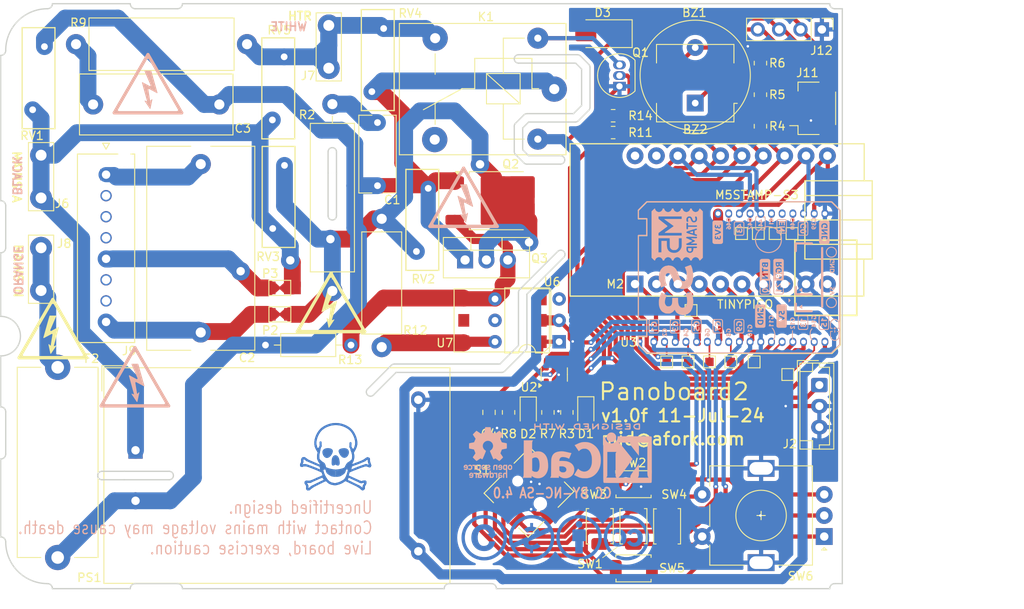
<source format=kicad_pcb>
(kicad_pcb (version 20240108) (generator "pcbnew") (generator_version "8.0")
  (title_block (title "Panoboard2") (date "2024-07-10") (rev "1.0c"))
  (layers (0 "F.Cu" signal) (31 "B.Cu" signal) (34 "B.Paste" user) (35 "F.Paste" user) (36 "B.SilkS" user "B.Silkscreen") (37 "F.SilkS" user "F.Silkscreen") (38 "B.Mask" user) (39 "F.Mask" user) (44 "Edge.Cuts" user))
  (net 0 "")
  (net 1 "/BUZZ2")
  (net 2 "Net-(BZ1-+)")
  (net 3 "Net-(C1-Pad2)")
  (net 4 "GND")
  (net 5 "Net-(C3-Pad1)")
  (net 6 "/MTR_N")
  (net 7 "/MOTOR")
  (net 8 "+3V3")
  (net 9 "Net-(D3-A)")
  (net 10 "/HEATER")
  (net 11 "MAINS_A")
  (net 12 "/DS18B20")
  (net 13 "/THERM")
  (net 14 "MAINS_N")
  (net 15 "/SDA")
  (net 16 "/SCL")
  (net 17 "/LED")
  (net 18 "/SW1")
  (net 19 "/SW2")
  (net 20 "/SW3")
  (net 21 "/BUZZ1")
  (net 22 "/SW4")
  (net 23 "/SW5")
  (net 24 "Net-(Q1-G)")
  (net 30 "/HTR_N")
  (net 31 "Net-(J9-Pin_1)")
  (net 32 "Net-(J9-Pin_8)")
  (net 33 "Net-(J8-Pin_1)")
  (net 39 "Net-(J9-Pin_5)")
  (net 40 "unconnected-(J11-MountPin-PadMP)")
  (net 41 "Net-(U3-A1CH1{slash}TCH2{slash}GPIO2)")
  (net 42 "Net-(U3-A1CH3{slash}TCH4{slash}GPIO4)")
  (net 43 "Net-(U3-A1CH5{slash}TCH6{slash}GPIO6)")
  (net 44 "Net-(U3-A1CH7{slash}TCH8{slash}GPIO8)")
  (net 45 "Net-(U3-A2CH3{slash}TCH14{slash}GPIO14)")
  (net 46 "Net-(U3-5V)")
  (net 47 "Net-(U3-GPIO46)")
  (net 48 "Net-(U3-GPIO42{slash}MTMS)")
  (net 49 "Net-(U3-GPIO41{slash}CLK1{slash}MTDI)")
  (net 51 "Net-(C4-Pad1)")
  (net 52 "Net-(D2-K)")
  (net 53 "Net-(Q2-G)")
  (net 54 "Net-(R12-Pad2)")
  (net 59 "Net-(U3-GPIO40{slash}CLK2{slash}MTD0)")
  (net 60 "Net-(D1-K)")
  (footprint "local:SW_JS1400BFQ" (layer "F.Cu") (at 112.772216 88.060493 45)
    (property "Reference" "S1")
    (property "Value" "JS1400BFQ")
  )
  (footprint "Connector_JST:JST_EH_B3B-EH-A_1x03_P2.50mm_Vertical" (layer "F.Cu") (at 147.272216 75.310493 -90)
    (property "Reference" "J2")
    (property "Value" "THERMISTOR")
  )
  (footprint "local:Symbol_HighVoltage_Triangle_8x7mm_Silk" (layer "F.Cu") (at 56.2 68.6)
    (property "Reference" "REF**" (hide yes))
    (property "Value" "Symbol_HighVoltage_Triangle_8x7mm_Silk" (hide yes))
  )
  (footprint "local:SW_Push_SPST_NO_432" (layer "F.Cu") (at 125.180216 92.090493 -90)
    (property "Reference" "SW1")
    (property "Value" "SW_Push")
  )
  (footprint "Resistor_SMD:R_0805_2012Metric" (layer "F.Cu") (at 140.272216 44.560493 -90)
    (property "Reference" "R4")
    (property "Value" "1k")
  )
  (footprint "TestPoint:TestPoint_Bridge_Pitch5.08mm_Drill1.3mm" (layer "F.Cu") (at 54.8 59 -90)
    (property "Reference" "J8")
    (property "Value" "ORA/MAINS N")
  )
  (footprint "Resistor_THT:R_Axial_DIN0414_L11.9mm_D4.5mm_P15.24mm_Horizontal" (layer "F.Cu") (at 95.272216 55.560493 -90)
    (property "Reference" "R12")
    (property "Value" "360R 1W")
  )
  (footprint "Buzzer_Beeper:Buzzer_CUI_CPT-9019S-SMT" (layer "F.Cu") (at 132.522216 39.439709 180)
    (property "Reference" "BZ2")
    (property "Value" "FUET9018")
  )
  (footprint "LED_SMD:LED_0805_2012Metric_Pad1.15x1.40mm_HandSolder" (layer "F.Cu") (at 112.683882 78.582993 -90)
    (property "Reference" "D2")
    (property "Value" "R LED")
  )
  (footprint "local:TO-220-3_Vertical" (layer "F.Cu") (at 105.177843 60.449738)
    (property "Reference" "Q3")
    (property "Value" "BT136-600")
  )
  (footprint "TestPoint:TestPoint_Pad_1.0x1.0mm" (layer "F.Cu") (at 134.212218 72.560493)
    (property "Reference" "JP24" (hide yes))
    (property "Value" "PCB_Pin_Breakout")
  )
  (footprint "TestPoint:TestPoint_Pad_1.0x1.0mm" (layer "F.Cu") (at 138.022216 57.310493)
    (property "Reference" "JP31" (hide yes))
    (property "Value" "PCB_Pin_Breakout")
  )
  (footprint "Package_DIP:DIP-6_W7.62mm" (layer "F.Cu") (at 116.354216 70.164493 180)
    (property "Reference" "U6")
    (property "Value" "MOC3063")
  )
  (footprint "local:SW_Push_SPST_NO_432" (layer "F.Cu") (at 125.180216 97.090493 180)
    (property "Reference" "SW5")
    (property "Value" "SW_Push")
  )
  (footprint "local:R_Axial_DIN0516_L15.5mm_D5.0mm_P22.2mm_Horizontal" (layer "F.Cu") (at 89.412216 41.930493 -90)
    (property "Reference" "R2")
    (property "Value" "22R 2W")
  )
  (footprint "local:SW_Push_SPST_NO_432" (layer "F.Cu") (at 125.180216 87.090493 180)
    (property "Reference" "SW2")
    (property "Value" "SW_Push")
  )
  (footprint "Fuse:Fuseholder_Cylinder-5x20mm_Stelvio-Kontek_PTF78_Horizontal_Open" (layer "F.Cu") (at 56.772216 73.2 -90)
    (property "Reference" "F2")
    (property "Value" "5A")
  )
  (footprint "TestPoint:TestPoint_Pad_1.0x1.0mm" (layer "F.Cu") (at 144.022216 57.310493)
    (property "Reference" "JP34" (hide yes))
    (property "Value" "PCB_Pin_Breakout")
  )
  (footprint "local:SW_Push_SPST_NO_432" (layer "F.Cu") (at 121.180216 92.090493 -90)
    (property "Reference" "SW3")
    (property "Value" "SW_Push")
  )
  (footprint "Resistor_SMD:R_0805_2012Metric" (layer "F.Cu") (at 140.272216 40.810493 -90)
    (property "Reference" "R5")
    (property "Value" "1k")
  )
  (footprint "TestPoint:TestPoint_Pad_1.0x1.0mm" (layer "F.Cu") (at 131.672218 72.560493)
    (property "Reference" "JP23" (hide yes))
    (property "Value" "PCB_Pin_Breakout")
  )
  (footprint "Capacitor_THT:C_Rect_L18.0mm_W7.0mm_P15.00mm_FKS3_FKP3" (layer "F.Cu") (at 60.982216 41.970493)
    (property "Reference" "C3")
    (property "Value" "10n 1000V")
  )
  (footprint "Package_TO_SOT_SMD:TO-252-2" (layer "F.Cu") (at 108.988216 53.406493)
    (property "Reference" "Q2")
    (property "Value" "BT136S-600")
  )
  (footprint "Converter_ACDC:Converter_ACDC_Hi-Link_HLK-5Mxx" (layer "F.Cu") (at 66.022216 83.060493)
    (property "Reference" "PS1")
    (property "Value" "HLK-5M03")
  )
  (footprint "Resistor_THT:R_Axial_DIN0617_L17.0mm_D6.0mm_P20.32mm_Horizontal" (layer "F.Cu") (at 79.272216 34.810493 180)
    (property "Reference" "R9")
    (property "Value" "39R 2W")
  )
  (footprint "TestPoint:TestPoint_Bridge_Pitch5.08mm_Drill1.3mm" (layer "F.Cu") (at 54.8 48 -90)
    (property "Reference" "J6")
    (property "Value" "BLK/MAINS L")
  )
  (footprint "Resistor_THT:R_Axial_DIN0207_L6.3mm_D2.5mm_P10.16mm_Horizontal" (layer "F.Cu") (at 91.622216 70.560493 180)
    (property "Reference" "R13")
    (property "Value" "360R")
  )
  (footprint "Diode_SMD:D_SMA" (layer "F.Cu") (at 121.522216 33.560493 180)
    (property "Reference" "D3")
    (property "Value" "SS34")
  )
  (footprint "TestPoint:TestPoint_Pad_1.0x1.0mm" (layer "F.Cu") (at 143.522216 74.060493)
    (property "Reference" "JP29" (hide yes))
    (property "Value" "PCB_Pin_Breakout")
  )
  (footprint "Varistor:RV_Disc_D12mm_W3.9mm_P7.5mm" (layer "F.Cu") (at 82.282216 43.810493 90)
    (property "Reference" "RV5")
    (property "Value" "10D271K")
  )
  (footprint "Rotary_Encoder:RotaryEncoder_Alps_EC11E-Switch_Vertical_H20mm" (layer "F.Cu") (at 147.850216 93.310493 180)
    (property "Reference" "SW6")
    (property "Value" "RotaryEncoder_Switch_MP")
  )
  (footprint "local:SolderJumper-2_P1.3mm_Bridged_Pad1.0x1.5mm" (layer "F.Cu") (at 83.162216 63.770493 180)
    (property "Reference" "P3")
    (property "Value" "PCB_Patch" (hide yes))
  )
  (footprint "TestPoint:TestPoint_Pad_1.0x1.0mm" (layer "F.Cu") (at 139.522216 72.560493)
    (property "Reference" "JP30" (hide yes))
    (property "Value" "PCB_Pin_Breakout")
  )
  (footprint "Resistor_SMD:R_0805_2012Metric" (layer "F.Cu") (at 140.272216 37.060493 -90)
    (property "Reference" "R6")
    (property "Value" "100k")
  )
  (footprint "Varistor:RV_Disc_D12mm_W3.9mm_P7.5mm" (layer "F.Cu") (at 100.798216 51.936493 -90)
    (property "Reference" "RV2")
    (property "Value" "10D271K")
  )
  (footprint "local:TINYPICO" (layer "F.Cu") (at 135.022216 55.690493 90)
    (property "Reference" "M2")
    (property "Value" "TINYPICO")
  )
  (footprint "TestPoint:TestPoint_Pad_1.0x1.0mm" (layer "F.Cu") (at 129.132216 72.560493)
    (property "Reference" "JP22" (hide yes))
    (property "Value" "PCB_Pin_Breakout")
  )
  (footprint "Varistor:RV_Disc_D12mm_W3.9mm_P7.5mm" (layer "F.Cu") (at 53.8 42.6 90)
    (property "Reference" "RV1")
    (property "Value" "10D271K")
  )
  (footprint "TestPoint:TestPoint_Pad_1.0x1.0mm" (layer "F.Cu") (at 136.752218 72.560493)
    (property "Reference" "JP25" (hide yes))
    (property "Value" "PCB_Pin_Breakout")
  )
  (footprint "Resistor_SMD:R_0805_2012Metric" (layer "F.Cu") (at 117.272216 78.560493 90)
    (property "Reference" "R3")
    (property "Value" "R")
  )
  (footprint "Resistor_SMD:R_0805_2012Metric" (layer "F.Cu") (at 110.345549 78.560493 -90)
    (property "Reference" "R8")
    (property "Value" "R so I=10mA")
  )
  (footprint "Varistor:RV_Disc_D12mm_W3.9mm_P7.5mm" (layer "F.Cu") (at 82.322216 56.710493 90)
    (property "Reference" "RV3")
    (property "Value" "10D271K")
  )
  (footprint "Resistor_SMD:R_0805_2012Metric" (layer "F.Cu") (at 122.772216 45.310493)
    (property "Reference" "R11")
    (property "Value" "220R")
  )
  (footprint "Varistor:RV_Disc_D12mm_W3.9mm_P7.5mm" (layer "F.Cu") (at 94.102216 40.446493 90)
    (property "Reference" "RV4")
    (property "Value" "10D271K")
  )
  (footprint "TestPoint:TestPoint_Pad_1.0x1.0mm" (layer "F.Cu") (at 142.022216 57.310493)
    (property "Reference" "JP33" (hide yes))
    (property "Value" "PCB_Pin_Breakout")
  )
  (footprint "local:Symbol_HighVoltage_Triangle_8x7mm_Silk" (layer "F.Cu") (at 89.25 65.5)
    (property "Reference" "REF**" (hide yes))
    (property "Value" "Symbol_HighVoltage_Triangle_8x7mm_Silk" (hide yes))
  )
  (footprint "TestPoint:TestPoint_Bridge_Pitch5.08mm_Drill1.3mm" (layer "F.Cu") (at 88.982216 32.580493 -90)
    (property "Reference" "J7")
    (property "Value" "WHT/HTR")
  )
  (footprint "Resistor_SMD:R_0805_2012Metric" (layer "F.Cu") (at 122.772216 43.310493)
    (property "Reference" "R14")
    (property "Value" "10k")
  )
  (footprint "local:C_Rect_L24.0mm_W12.6mm_P20.00mm_MKT" (layer "F.Cu") (at 73.772216 49.060493 -90)
    (property "Reference" "C2")
    (property "Value" "3uF 430VAC")
  )
  (footprint "local:SW_Push_SPST_NO_432" (layer "F.Cu") (at 129.180216 92.090493 90)
    (property "Reference" "SW4")
    (property "Value" "SW_Push")
  )
  (footprint "local:SolderJumper-2_P1.3mm_Bridged_Pad1.0x1.5mm" (layer "F.Cu") (at 83.172216 66.910493 180)
    (property "Reference" "P2")
    (property "Value" "PCB_Patch" (hide yes))
  )
  (footprint "local:Relay_SPDT_SANYOU_SRD_Series_Form_C" (layer "F.Cu") (at 115.772216 40.146493 180)
    (property "Reference" "K1")
    (property "Value" "Relay_SPDT")
  )
  (footprint "Connector_JST:JST_SH_SM04B-SRSS-TB_1x04-1MP_P1.00mm_Horizontal" (layer "F.Cu") (at 146.522216 42.430493 90)
    (property "Reference" "J11")
    (property "Value" "I2C1")
  )
  (footprint "LED_SMD:LED_0805_2012Metric_Pad1.15x1.40mm_HandSolder" (layer "F.Cu") (at 119.522216 78.560493 -90)
    (property "Reference" "D1")
    (property "Value" "R LED")
  )
  (footprint "local:STAMP-S3-DIP_copy" (layer "F.Cu") (at 137.772216 62.560493 90)
    (property "Reference" "U3")
    (property "Value" "M5STAMP-S3")
  )
  (footprint "local:Buzzer_D12mm_H8.1mm" (layer "F.Cu") (at 132.522216 41.810493 90)
    (property "Reference" "BZ1")
    (property "Value" "Buzzer")
  )
  (footprint "TestPoint:TestPoint_Pad_1.0x1.0mm" (layer "F.Cu") (at 132.022216 66.460493)
    (property "Reference" "JP1" (hide yes))
    (property "Value" "PCB_Pin_Breakout")
  )
  (footprint "local:SOIC-6" (layer "F.Cu") (at 109.622216 67.624493 90)
    (property "Reference" "U7")
    (property "Value" "MOC3063S")
  )
  (footprint "Package_TO_SOT_THT:TO-92_Inline" (layer "F.Cu") (at 123.522216 39.810493 90)
    (property "Reference" "Q1")
    (property "Value" "2N7000")
  )
  (footprint "Capacitor_THT:C_Rect_L9.0mm_W4.2mm_P7.50mm_MKT" (layer "F.Cu") (at 94.772216 51.622493 90)
    (property "Reference" "C1")
    (property "Value" "100n 250V")
  )
  (footprint "local:MOLEX_533750810" (layer "F.Cu") (at 62.522216 50.310493 90)
    (property "Reference" "J9")
    (property "Value" "MOLEX 53375-0810")
  )
  (footprint "Package_TO_SOT_SMD:SOT-23-6" (layer "F.Cu") (at 115.772216 74.060493 90)
    (property "Reference" "U2")
    (property "Value" "SRV05-4")
  )
  (footprint "Capacitor_SMD:C_0805_2012Metric" (layer "F.Cu") (at 108.022216 78.560493 -90)
    (property "Reference" "C4")
    (property "Value" "10n")
  )
  (footprint "Resistor_SMD:R_0805_2012Metric" (layer "F.Cu") (at 115.022216 78.560493 -90)
    (property "Reference" "R7")
    (property "Value" "R so I=5mA")
  )
  (footprint "Connector_PinHeader_2.54mm:PinHeader_1x04_P2.54mm_Vertical" (layer "F.Cu") (at 147.572216 33.060493 -90)
    (property "Reference" "J12")
    (property "Value" "I2C2")
  )
  (footprint "TestPoint:TestPoint_Pad_1.0x1.0mm" (layer "F.Cu") (at 140.022216 57.310493)
    (property "Reference" "JP32" (hide yes))
    (property "Value" "PCB_Pin_Breakout")
  )
  (footprint "local:Symbol_HighVoltage_Triangle_8x7mm_Silk" (layer "B.Cu") (at 67.5 39.5 180)
    (property "Reference" "REF**" (hide yes))
    (property "Value" "Symbol_HighVoltage_Triangle_8x7mm_Silk" (hide yes))
  )
  (footprint "Symbol:Symbol_CC-ShareAlike_CopperTop_Small" (layer "B.Cu") (at 107.45 93.45 180)
    (property "Reference" "REF**" (hide yes))
    (property "Value" "Symbol_CC-ShareAlike_CopperTop_Small" (hide yes))
  )
  (footprint "Symbol:OSHW-Logo_5.7x6mm_SilkScreen" (layer "B.Cu") (at 107.9 83.325 180)
    (property "Reference" "REF**" (hide yes))
    (property "Value" "OSHW-Logo_5.7x6mm_SilkScreen" (hide yes))
  )
  (footprint "Symbol:Symbol_Danger_8x8mm_Copper" (layer "B.Cu") (at 89.813608 83.75865 180)
    (property "Reference" "REF**" (hide yes))
    (property "Value" "Symbol_Danger_8x8mm_Copper" (hide yes))
  )
  (footprint "local:KiCad-Logo2_6mm_SilkScreen" (layer "B.Cu") (at 119.7 83.925 180)
    (property "Reference" "REF**" (hide yes))
    (property "Value" "KiCad-Logo2_6mm_SilkScreen" (hide yes))
  )
  (footprint "local:Symbol_HighVoltage_Triangle_8x7mm_Silk" (layer "B.Cu") (at 105 53 180)
    (property "Reference" "REF**" (hide yes))
    (property "Value" "Symbol_HighVoltage_Triangle_8x7mm_Silk" (hide yes))
  )
  (footprint "Symbol:Symbol_CreativeCommons_CopperTop_Type2_Small" (layer "B.Cu") (at 124.35 93.45 180)
    (property "Reference" "REF**" (hide yes))
    (property "Value" "Symbol_CreativeCommons_CopperTop_Type2_Small" (hide yes))
  )
  (footprint "Symbol:Symbol_CC-Noncommercial_CopperTop_Small" (layer "B.Cu") (at 113.083548 93.45 180)
    (property "Reference" "REF**" (hide yes))
    (property "Value" "Symbol_CC-Noncommercial_CopperTop_Small" (hide yes))
  )
  (footprint "Symbol:Symbol_CC-Attribution_CopperTop_Small" (layer "B.Cu") (at 118.717094 93.45 180)
    (property "Reference" "REF**" (hide yes))
    (property "Value" "Symbol_CC-Attribution_CopperTop_Small" (hide yes))
  )
  (footprint "local:Symbol_HighVoltage_Triangle_8x7mm_Silk" (layer "B.Cu") (at 65.95 74.325 180)
    (property "Reference" "REF**" (hide yes))
    (property "Value" "Symbol_HighVoltage_Triangle_8x7mm_Silk" (hide yes))
  )
  (gr_line (start 123.272216 94.560493) (end 121.522216 95.810493) (stroke (width 0.1)) (layer "F.SilkS"))
  (gr_line (start 118.875769 36.20694) (end 119.875769 37.20694) (stroke (width 0.16)) (layer "Edge.Cuts"))
  (gr_line (start 65.4 30) (end 56.15 30) (stroke (width 0.16)) (layer "Edge.Cuts"))
  (gr_arc (start 50 93.350002) (mid 50.424264 93.525738) (end 50.6 93.950002) (stroke (width 0.16)) (layer "Edge.Cuts"))
  (gr_line (start 50.6 59) (end 50.6 54) (stroke (width 0.16)) (layer "Edge.Cuts"))
  (gr_arc (start 112.522216 70.810493) (mid 112.484156 71.001835) (end 112.375769 71.164046) (stroke (width 0.16)) (layer "Edge.Cuts"))
  (gr_line (start 148.5 30) (end 71.6 30) (stroke (width 0.16)) (layer "Edge.Cuts"))
  (gr_arc (start 50.6 35.549997) (mid 52.049822 32.04982) (end 55.55 30.6) (stroke (width 0.16)) (layer "Edge.Cuts"))
  (gr_line (start 108.9 99.5) (end 148.5 99.5) (stroke (width 0.16)) (layer "Edge.Cuts"))
  (gr_line (start 88.9 50.133333) (end 88.9 55.2) (stroke (width 0.16)) (layer "Edge.Cuts"))
  (gr_line (start 50 59.6) (end 50 67.15) (stroke (width 0.16)) (layer "Edge.Cuts"))
  (gr_arc (start 116.522216 48.060493) (mid 117.022216 48.560493) (end 116.522216 49.060493) (stroke (width 0.16)) (layer "Edge.Cuts"))
  (gr_arc (start 116.194146 59.431457) (mid 116.901252 59.431457) (end 116.901252 60.138563) (stroke (width 0.16)) (layer "Edge.Cuts"))
  (gr_line (start 111.522216 37.060493) (end 118.315109 37.060493) (stroke (width 0.16)) (layer "Edge.Cuts"))
  (gr_arc (start 118.522216 36.060493) (mid 118.713558 36.098553) (end 118.875769 36.20694) (stroke (width 0.16)) (layer "Edge.Cuts"))
  (gr_line (start 112.522216 43.060493) (end 118.065109 43.060493) (stroke (width 0.16)) (layer "Edge.Cuts"))
  (gr_line (start 62.022216 86.560493) (end 64.688883 86.560493) (stroke (width 0.16)) (layer "Edge.Cuts"))
  (gr_line (start 150 98.9) (end 150 30.6) (stroke (width 0.16)) (layer "Edge.Cuts"))
  (gr_line (start 88.9 47.6) (end 88.9 50.133333) (stroke (width 0.16)) (layer "Edge.Cuts"))
  (gr_arc (start 71 98.9) (mid 71.424264 99.075736) (end 71.6 99.5) (stroke (width 0.16)) (layer "Edge.Cuts"))
  (gr_line (start 62.022216 85.560493) (end 64.688883 85.560493) (stroke (width 0.16)) (layer "Edge.Cuts"))
  (gr_line (start 149.1 30.6) (end 150 30.6) (stroke (width 0.16)) (layer "Edge.Cuts"))
  (gr_arc (start 62.022216 86.560493) (mid 61.522216 86.060493) (end 62.022216 85.560493) (stroke (width 0.16)) (layer "Edge.Cuts"))
  (gr_line (start 111.168663 44.20694) (end 112.168663 43.20694) (stroke (width 0.16)) (layer "Edge.Cuts"))
  (gr_line (start 112.522216 64.5176) (end 116.901252 60.138563) (stroke (width 0.16)) (layer "Edge.Cuts"))
  (gr_line (start 64.688883 86.560493) (end 70.022216 86.560493) (stroke (width 0.16)) (layer "Edge.Cuts"))
  (gr_line (start 112.168663 48.914046) (end 111.168663 47.914046) (stroke (width 0.16)) (layer "Edge.Cuts"))
  (gr_line (start 118.315109 37.060493) (end 119.022216 37.7676) (stroke (width 0.16)) (layer "Edge.Cuts"))
  (gr_line (start 112.522216 70.810493) (end 112.522216 64.5176) (stroke (width 0.16)) (layer "Edge.Cuts"))
  (gr_line (start 50 36.149997) (end 50 53.4) (stroke (width 0.16)) (layer "Edge.Cuts"))
  (gr_line (start 71.6 99.5) (end 102.7 99.5) (stroke (width 0.16)) (layer "Edge.Cuts"))
  (gr_line (start 50 71.85) (end 50 77.9) (stroke (width 0.16)) (layer "Edge.Cuts"))
  (gr_arc (start 65.4 99.5) (mid 65.575736 99.075736) (end 66 98.9) (stroke (width 0.16)) (layer "Edge.Cuts"))
  (gr_line (start 103.3 98.9) (end 108.3 98.9) (stroke (width 0.16)) (layer "Edge.Cuts"))
  (gr_arc (start 111.022216 44.560493) (mid 111.060276 44.369151) (end 111.168663 44.20694) (stroke (width 0.16)) (layer "Edge.Cuts"))
  (gr_line (start 119.022216 37.7676) (end 119.022216 42.103386) (stroke (width 0.16)) (layer "Edge.Cuts"))
  (gr_line (start 66 30.6) (end 71 30.6) (stroke (width 0.16)) (layer "Edge.Cuts"))
  (gr_arc (start 50.6 59) (mid 50.424264 59.424264) (end 50 59.6) (stroke (width 0.16)) (layer "Edge.Cuts"))
  (gr_line (start 112.522216 49.060493) (end 116.522216 49.060493) (stroke (width 0.16)) (layer "Edge.Cuts"))
  (gr_arc (start 120.022216 42.310493) (mid 119.984156 42.501835) (end 119.875769 42.664046) (stroke (width 0.16)) (layer "Edge.Cuts"))
  (gr_arc (start 112.522216 49.060493) (mid 112.330874 49.022433) (end 112.168663 48.914046) (stroke (width 0.16)) (layer "Edge.Cuts"))
  (gr_arc (start 50.6 83.5) (mid 50.424264 83.924264) (end 50 84.1) (stroke (width 0.16)) (layer "Edge.Cuts"))
  (gr_line (start 56.149998 99.5) (end 65.4 99.5) (stroke (width 0.16)) (layer "Edge.Cuts"))
  (gr_arc (start 111.522216 37.060493) (mid 111.022216 36.560493) (end 111.522216 36.060493) (stroke (width 0.16)) (layer "Edge.Cuts"))
  (gr_arc (start 56.15 30) (mid 55.974264 30.424264) (end 55.55 30.6) (stroke (width 0.16)) (layer "Edge.Cuts"))
  (gr_arc (start 109.875769 73.664046) (mid 109.713558 73.772433) (end 109.522216 73.810493) (stroke (width 0.16)) (layer "Edge.Cuts"))
  (gr_line (start 112.729323 44.060493) (end 118.272216 44.060493) (stroke (width 0.16)) (layer "Edge.Cuts"))
  (gr_arc (start 71.6 30) (mid 71.424264 30.424264) (end 71 30.6) (stroke (width 0.16)) (layer "Edge.Cuts"))
  (gr_line (start 112.729323 48.060493) (end 116.522216 48.060493) (stroke (width 0.16)) (layer "Edge.Cuts"))
  (gr_line (start 109.875769 73.664046) (end 112.375769 71.164046) (stroke (width 0.16)) (layer "Edge.Cuts"))
  (gr_line (start 89.9 47.6) (end 89.9 50.133333) (stroke (width 0.16)) (layer "Edge.Cuts"))
  (gr_line (start 112.022216 47.353386) (end 112.022216 44.7676) (stroke (width 0.16)) (layer "Edge.Cuts"))
  (gr_arc (start 149.1 30.6) (mid 148.675736 30.424264) (end 148.5 30) (stroke (width 0.16)) (layer "Edge.Cuts"))
  (gr_line (start 109.315109 72.810493) (end 111.522216 70.603386) (stroke (width 0.16)) (layer "Edge.Cuts"))
  (gr_line (start 50.6 83.5) (end 50.6 78.5) (stroke (width 0.16)) (layer "Edge.Cuts"))
  (gr_arc (start 96.418663 72.95694) (mid 96.580874 72.848553) (end 96.772216 72.810493) (stroke (width 0.16)) (layer "Edge.Cuts"))
  (gr_line (start 96.418663 72.95694) (end 93.590236 75.785367) (stroke (width 0.16)) (layer "Edge.Cuts"))
  (gr_line (start 66 98.9) (end 71 98.9) (stroke (width 0.16)) (layer "Edge.Cuts"))
  (gr_arc (start 50 67.15) (mid 52.35 69.5) (end 50 71.85) (stroke (width 0.16)) (layer "Edge.Cuts"))
  (gr_arc (start 89.9 55.2) (mid 89.4 55.7) (end 88.9 55.2) (stroke (width 0.16)) (layer "Edge.Cuts"))
  (gr_line (start 112.022216 44.7676) (end 112.729323 44.060493) (stroke (width 0.16)) (layer "Edge.Cuts"))
  (gr_arc (start 111.522216 64.310493) (mid 111.560276 64.119151) (end 111.668663 63.95694) (stroke (width 0.16)) (layer "Edge.Cuts"))
  (gr_line (start 96.979323 73.810493) (end 94.297342 76.492473) (stroke (width 0.16)) (layer "Edge.Cuts"))
  (gr_arc (start 55.549998 98.9) (mid 55.974262 99.075736) (end 56.149998 99.5) (stroke (width 0.16)) (layer "Edge.Cuts"))
  (gr_line (start 112.729323 48.060493) (end 112.022216 47.353386) (stroke (width 0.16)) (layer "Edge.Cuts"))
  (gr_arc (start 50.6 35.549997) (mid 50.424264 35.974261) (end 50 36.149997) (stroke (width 0.16)) (layer "Edge.Cuts"))
  (gr_line (start 111.022216 47.560493) (end 111.022216 44.560493) (stroke (width 0.16)) (layer "Edge.Cuts"))
  (gr_line (start 96.772216 72.810493) (end 109.315109 72.810493) (stroke (width 0.16)) (layer "Edge.Cuts"))
  (gr_line (start 89.9 50.133333) (end 89.9 55.2) (stroke (width 0.16)) (layer "Edge.Cuts"))
  (gr_arc (start 70.022216 85.560493) (mid 70.522216 86.060493) (end 70.022216 86.560493) (stroke (width 0.16)) (layer "Edge.Cuts"))
  (gr_line (start 64.688883 85.560493) (end 70.022216 85.560493) (stroke (width 0.16)) (layer "Edge.Cuts"))
  (gr_arc (start 50 77.9) (mid 50.424264 78.075736) (end 50.6 78.5) (stroke (width 0.16)) (layer "Edge.Cuts"))
  (gr_line (start 149.1 98.9) (end 150 98.9) (stroke (width 0.16)) (layer "Edge.Cuts"))
  (gr_arc (start 94.297342 76.492473) (mid 93.590236 76.492473) (end 93.590236 75.785367) (stroke (width 0.16)) (layer "Edge.Cuts"))
  (gr_line (start 119.875769 42.664046) (end 118.625769 43.914046) (stroke (width 0.16)) (layer "Edge.Cuts"))
  (gr_line (start 119.022216 42.103386) (end 118.065109 43.060493) (stroke (width 0.16)) (layer "Edge.Cuts"))
  (gr_arc (start 66 30.6) (mid 65.575736 30.424264) (end 65.4 30) (stroke (width 0.16)) (layer "Edge.Cuts"))
  (gr_arc (start 112.168663 43.20694) (mid 112.330874 43.098553) (end 112.522216 43.060493) (stroke (width 0.16)) (layer "Edge.Cuts"))
  (gr_line (start 120.022216 37.560493) (end 120.022216 42.310493) (stroke (width 0.16)) (layer "Edge.Cuts"))
  (gr_arc (start 55.549998 98.9) (mid 52.049821 97.450179) (end 50.6 93.950002) (stroke (width 0.16)) (layer "Edge.Cuts"))
  (gr_arc (start 118.625769 43.914046) (mid 118.463558 44.022433) (end 118.272216 44.060493) (stroke (width 0.16)) (layer "Edge.Cuts"))
  (gr_arc (start 88.9 47.6) (mid 89.4 47.1) (end 89.9 47.6) (stroke (width 0.16)) (layer "Edge.Cuts"))
  (gr_arc (start 148.5 99.5) (mid 148.675736 99.075736) (end 149.1 98.9) (stroke (width 0.16)) (layer "Edge.Cuts"))
  (gr_arc (start 111.168663 47.914046) (mid 111.060276 47.751835) (end 111.022216 47.560493) (stroke (width 0.16)) (layer "Edge.Cuts"))
  (gr_arc (start 50 53.4) (mid 50.424264 53.575736) (end 50.6 54) (stroke (width 0.16)) (layer "Edge.Cuts"))
  (gr_line (start 111.522216 70.603386) (end 111.522216 64.310493) (stroke (width 0.16)) (layer "Edge.Cuts"))
  (gr_arc (start 102.7 99.5) (mid 102.875736 99.075736) (end 103.3 98.9) (stroke (width 0.16)) (layer "Edge.Cuts"))
  (gr_line (start 111.522216 36.060493) (end 118.522216 36.060493) (stroke (width 0.16)) (layer "Edge.Cuts"))
  (gr_line (start 96.979323 73.810493) (end 109.522216 73.810493) (stroke (width 0.16)) (layer "Edge.Cuts"))
  (gr_line (start 50 84.1) (end 50 93.350002) (stroke (width 0.16)) (layer "Edge.Cuts"))
  (gr_arc (start 108.3 98.9) (mid 108.724264 99.075736) (end 108.9 99.5) (stroke (width 0.16)) (layer "Edge.Cuts"))
  (gr_arc (start 119.875769 37.20694) (mid 119.984156 37.369151) (end 120.022216 37.560493) (stroke (width 0.16)) (layer "Edge.Cuts"))
  (gr_line (start 111.668663 63.95694) (end 116.194146 59.431457) (stroke (width 0.16)) (layer "Edge.Cuts"))
  (gr_text "WHITE" (at 86.522216 33.310493 0) (layer "B.SilkS") (effects (font (size 1 1) (thickness 0.2) (bold yes)) (justify left bottom mirror)))
  (gr_text "ORANGE" (at 51.475 64.725 -90) (layer "B.SilkS") (effects (font (size 1 1) (thickness 0.2) (bold yes)) (justify left bottom mirror)))
  (gr_text "CC BY-NC-SA 4.0" (at 122.725 88.85 0) (layer "B.SilkS") (effects (font (size 1.2 1) (thickness 0.2) (bold yes)) (justify left bottom mirror)))
  (gr_text "Uncertified design.\nContact with mains voltage may cause death.\nLive board, exercise caution." (at 94.272216 95.560493 0) (layer "B.SilkS") (effects (font (size 1.5 1.2)) (justify left bottom mirror)))
  (gr_text "BLACK" (at 51.35 52.9 -90) (layer "B.SilkS") (effects (font (size 1 1) (thickness 0.2) (bold yes)) (justify left bottom mirror)))
  (gr_text "MAINS N" (at 51.5 58.475 -90) (layer "F.SilkS") (effects (font (size 1 1) (thickness 0.2) (bold yes)) (justify left bottom)))
  (gr_text "Panoboard2" (at 120.925 77.255 0) (layer "F.SilkS") (effects (font (size 2 2) (thickness 0.25)) (justify left bottom)))
  (gr_text "mjd@afork.com" (at 121.175 82.575 0) (layer "F.SilkS") (effects (font (size 1.5 1.5) (thickness 0.25)) (justify left bottom)))
  (gr_text "TINYPICO" (at 135.022216 66.310493 0) (layer "F.SilkS") (effects (font (size 1 1)) (justify left bottom)))
  (gr_text "v1.0f 11-Jul-24" (at 121.175 79.825 0) (layer "F.SilkS") (effects (font (size 1.5 1.5) (thickness 0.25)) (justify left bottom)))
  (gr_text "HTR" (at 84.022216 32.060493 0) (layer "F.SilkS") (effects (font (size 1 1) (thickness 0.2) (bold yes)) (justify left bottom)))
  (gr_text "MAINS A" (at 51.325 47.4 -90) (layer "F.SilkS") (effects (font (size 1 1) (thickness 0.2) (bold yes)) (justify left bottom)))
  (segment (start 124.5 70.93015) (end 128.130343 74.560493) (width 0.5) (layer "F.Cu") (net 1))
  (segment (start 131.132709 36.6) (end 132.522216 35.210493) (width 0.5) (layer "F.Cu") (net 1))
  (segment (start 128.522216 39.439709) (end 128.522216 37.310493) (width 0.5) (layer "F.Cu") (net 1))
  (segment (start 128.522216 37.310493) (end 129.232709 36.6) (width 0.5) (layer "F.Cu") (net 1))
  (segment (start 139.272216 74.560493) (end 142.271175 71.561534) (width 0.5) (layer "F.Cu") (net 1))
  (segment (start 129.232709 36.6) (end 131.132709 36.6) (width 0.5) (layer "F.Cu") (net 1))
  (segment (start 140.610216 48.070493) (end 136.539723 44) (width 0.5) (layer "F.Cu") (net 1))
  (segment (start 132.522216 35.210493) (end 137.509716 35.210493) (width 0.5) (layer "F.Cu") (net 1))
  (segment (start 131.017066 51.660493) (end 121.522216 61.155343) (width 0.5) (layer "F.Cu") (net 1))
  (segment (start 124.5 68.518177) (end 124.5 70.93015) (width 0.5) (layer "F.Cu") (net 1))
  (segment (start 121.522216 65.540393) (end 124.5 68.518177) (width 0.5) (layer "F.Cu") (net 1))
  (segment (start 143.023257 71.561534) (end 144.122218 70.462573) (width 0.5) (layer "F.Cu") (net 1))
  (segment (start 136.539723 44) (end 130.961723 44) (width 0.5) (layer "F.Cu") (net 1))
  (segment (start 128.130343 74.560493) (end 139.272216 74.560493) (width 0.5) (layer "F.Cu") (net 1))
  (segment (start 142.271175 71.561534) (end 143.023257 71.561534) (width 0.5) (layer "F.Cu") (net 1))
  (segment (start 140.272216 39.897993) (end 140.272216 38.560493) (width 0.5) (layer "F.Cu") (net 1))
  (segment (start 144.122218 70.462573) (end 144.122218 70.180493) (width 0.5) (layer "F.Cu") (net 1))
  (segment (start 130.961723 44) (end 128.522216 41.560493) (width 0.5) (layer "F.Cu") (net 1))
  (segment (start 121.522216 61.155343) (end 121.522216 65.540393) (width 0.5) (layer "F.Cu") (net 1))
  (segment (start 128.522216 41.560493) (end 128.522216 39.439709) (width 0.5) (layer "F.Cu") (net 1))
  (segment (start 140.610216 48.070493) (end 137.020216 51.660493) (width 0.5) (layer "F.Cu") (net 1))
  (segment (start 140.272216 38.560493) (end 140.272216 37.972993) (width 0.5) (layer "F.Cu") (net 1))
  (segment (start 137.509716 35.210493) (end 140.272216 37.972993) (width 0.5) (layer "F.Cu") (net 1))
  (segment (start 137.020216 51.660493) (end 131.017066 51.660493) (width 0.5) (layer "F.Cu") (net 1))
  (segment (start 139.434716 41.722993) (end 140.272216 41.722993) (width 0.5) (layer "F.Cu") (net 2))
  (segment (start 136.522216 39.439709) (end 134.893 39.439709) (width 0.5) (layer "F.Cu") (net 2))
  (segment (start 137.151432 39.439709) (end 139.434716 41.722993) (width 0.5) (layer "F.Cu") (net 2))
  (segment (start 136.522216 39.439709) (end 137.151432 39.439709) (width 0.5) (layer "F.Cu") (net 2))
  (segment (start 134.893 39.439709) (end 132.522216 41.810493) (width 0.5) (layer "F.Cu") (net 2))
  (segment (start 140.272216 43.647993) (end 140.272216 41.722993) (width 0.5) (layer "F.Cu") (net 2))
  (segment (start 91.484996 41.930493) (end 93.676996 44.122493) (width 2) (layer "B.Cu") (net 3))
  (segment (start 89.412216 41.930493) (end 91.484996 41.930493) (width 2) (layer "B.Cu") (net 3))
  (segment (start 93.676996 44.122493) (end 94.772216 44.122493) (width 2) (layer "B.Cu") (net 3))
  (segment (start 116.385083 78.422626) (end 117.272216 77.535493) (width 0.5) (layer "F.Cu") (net 4))
  (segment (start 127.380216 87.090493) (end 126.380216 87.090493) (width 0.5) (layer "F.Cu") (net 4))
  (segment (start 108.022216 79.510493) (end 108.072216 79.510493) (width 0.5) (layer "F.Cu") (net 4))
  (segment (start 113.567804 90.606077) (end 113.022216 90.060489) (width 0.5) (layer "F.Cu") (net 4))
  (segment (start 116.354216 67.624493) (end 117.622216 68.892493) (width 0.5) (layer "F.Cu") (net 4))
  (segment (start 129.080216 94.190493) (end 129.180216 94.290493) (width 0.5) (layer "F.Cu") (net 4))
  (segment (start 111.726626 85.514909) (end 113.02221 86.810493) (width 0.5) (layer "F.Cu") (net 4))
  (segment (start 117.622216 68.892493) (end 117.622216 69.781814) (width 0.5) (layer "F.Cu") (net 4))
  (segment (start 125.180216 94.190493) (end 129.080216 94.190493) (width 0.5) (layer "F.Cu") (net 4))
  (segment (start 115.3178 90.606077) (end 113.567804 90.606077) (width 0.5) (layer "F.Cu") (net 4))
  (segment (start 121.180216 94.190493) (end 125.180216 94.190493) (width 0.5) (layer "F.Cu") (net 4))
  (segment (start 121.859716 43.310493) (end 121.859716 41.472993) (width 0.5) (layer "F.Cu") (net 4))
  (segment (start 115.772216 75.197993) (end 115.772216 74.622722) (width 0.5) (layer "F.Cu") (net 4))
  (segment (start 115.796849 78.422626) (end 116.272216 78.422626) (width 0.5) (layer "F.Cu") (net 4))
  (segment (start 115.022216 77.647993) (end 115.796849 78.422626) (width 0.5) (layer "F.Cu") (net 4))
  (segment (start 129.180216 94.902493) (end 129.180216 94.290493) (width 0.5) (layer "F.Cu") (net 4))
  (segment (start 114.222216 67.624493) (end 116.354216 67.624493) (width 1.2) (layer "F.Cu") (net 4))
  (segment (start 144.522216 43.930493) (end 146.219712 43.930493) (width 0.5) (layer "F.Cu") (net 4))
  (segment (start 132.370216 94.290493) (end 133.350216 93.310493) (width 0.5) (layer "F.Cu") (net 4))
  (segment (start 147.272216 77.810493) (end 143.272216 77.810493) (width 0.5) (layer "F.Cu") (net 4))
  (segment (start 127.380216 96.702493) (end 129.180216 94.902493) (width 0.5) (layer "F.Cu") (net 4))
  (segment (start 146.219712 43.930493) (end 146.272216 43.877989) (width 0.5) (layer "F.Cu") (net 4))
  (segment (start 117.622216 69.781814) (end 117.969316 70.128914) (width 0.5) (layer "F.Cu") (net 4))
  (segment (start 116.272216 78.422626) (end 116.385083 78.422626) (width 0.5) (layer "F.Cu") (net 4))
  (segment (start 108.072216 79.510493) (end 108.972216 80.410493) (width 0.5) (layer "F.Cu") (net 4))
  (segment (start 110.226632 85.514909) (end 111.726626 85.514909) (width 0.5) (layer "F.Cu") (net 4))
  (segment (start 129.180216 94.290493) (end 132.370216 94.290493) (width 0.5) (layer "F.Cu") (net 4))
  (segment (start 121.859716 41.472993) (end 123.522216 39.810493) (width 0.5) (layer "F.Cu") (net 4))
  (segment (start 115.772216 74.622722) (end 116.305202 74.089736) (width 0.5) (layer "F.Cu") (net 4))
  (segment (start 115.105668 85.977041) (end 114.022216 87.060493) (width 0.5) (layer "F.Cu") (net 4))
  (segment (start 127.380216 97.090493) (end 127.380216 96.702493) (width 0.5) (layer "F.Cu") (net 4))
  (segment (start 115.105668 85.727041) (end 115.105668 85.977041) (width 0.5) (layer "F.Cu") (net 4))
  (segment (start 139.859716 36.147993) (end 138.772216 35.060493) (width 0.5) (layer "F.Cu") (net 4))
  (segment (start 147.850216 90.810493) (end 140.272216 90.810493) (width 0.5) (layer "F.Cu") (net 4))
  (segment (start 140.272216 36.147993) (end 139.859716 36.147993) (width 0.5) (layer "F.Cu") (net 4))
  (segment (start 126.380216 87.090493) (end 126.091216 87.379493) (width 0.5) (layer "F.Cu") (net 4))
  (via (at 116.272216 78.422626) (size 0.6) (drill 0.3) (layers "F.Cu" "B.Cu") (net 4))
  (via (at 113.02221 86.810493) (size 0.6) (drill 0.3) (layers "F.Cu" "B.Cu") (net 4))
  (via (at 108.972216 80.410493) (size 0.6) (drill 0.3) (layers "F.Cu" "B.Cu") (net 4))
  (via (at 126.091216 87.379493) (size 0.6) (drill 0.3) (layers "F.Cu" "B.Cu") (net 4))
  (via (at 116.305202 74.089736) (size 0.6) (drill 0.3) (layers "F.Cu" "B.Cu") (net 4))
  (via (at 114.022216 87.060493) (size 0.6) (drill 0.3) (layers "F.Cu" "B.Cu") (net 4))
  (via (at 117.969316 70.128914) (size 0.6) (drill 0.3) (layers "F.Cu" "B.Cu") (net 4))
  (via (at 140.272216 90.810493) (size 0.6) (drill 0.3) (layers "F.Cu" "B.Cu") (net 4))
  (via (at 113.022216 90.060489) (size 0.6) (drill 0.3) (layers "F.Cu" "B.Cu") (net 4))
  (via (at 138.772216 35.060493) (size 0.6) (drill 0.3) (layers "F.Cu" "B.Cu") (net 4))
  (via (at 146.272216 43.877989) (size 0.6) (drill 0.3) (layers "F.Cu" "B.Cu") (net 4))
  (via (at 143.272216 77.810493) (size 0.6) (drill 0.3) (layers "F.Cu" "B.Cu") (net 4))
  (segment (start 60.372216 36.230493) (end 60.372216 41.360493) (width 2) (layer "B.Cu") (net 5))
  (segment (start 60.372216 41.360493) (end 60.982216 41.970493) (width 2) (layer "B.Cu") (net 5))
  (segment (start 58.952216 34.810493) (end 60.372216 36.230493) (width 2) (layer "B.Cu") (net 5))
  (segment (start 108.573216 51.881493) (end 108.573216 50.699493) (width 2) (layer "F.Cu") (net 6))
  (segment (start 112.778765 58.349003) (end 112.757843 58.328081) (width 2) (layer "F.Cu") (net 6))
  (segment (start 89.176216 57.972493) (end 91.970216 57.972493) (width 2) (layer "F.Cu") (net 6))
  (segment (start 86.588215 66.910493) (end 89.412216 64.086492) (width 2) (layer "F.Cu") (net 6))
  (segment (start 84.672216 66.910493) (end 86.588215 66.910493) (width 2) (layer "F.Cu") (net 6))
  (segment (start 112.757843 55.76612) (end 111.923216 54.931493) (width 2) (layer "F.Cu") (net 6))
  (segment (start 94.382216 55.560493) (end 95.272216 55.560493) (width 2) (layer "F.Cu") (net 6))
  (segment (start 108.573216 50.699493) (end 106.956216 49.082493) (width 2) (layer "F.Cu") (net 6))
  (segment (start 112.757843 58.328081) (end 112.757843 55.76612) (width 2) (layer "F.Cu") (net 6))
  (segment (start 91.970216 57.972493) (end 94.382216 55.560493) (width 2) (layer "F.Cu") (net 6))
  (via (at 89.176216 57.972493) (size 2.2) (drill 1) (layers "F.Cu" "B.Cu") (net 6))
  (via (at 112.778765 58.349003) (size 2.2) (drill 1) (layers "F.Cu" "B.Cu") (net 6))
  (via (at 106.956216 49.082493) (size 2.2) (drill 1) (layers "F.Cu" "B.Cu") (net 6))
  (segment (start 95.272216 55.560493) (end 95.522216 55.560493) (width 2) (layer "B.Cu") (net 6))
  (segment (start 95.522216 55.560493) (end 99.398216 59.436493) (width 2) (layer "B.Cu") (net 6))
  (segment (start 103.908216 42.732493) (end 106.956216 45.780493) (width 2) (layer "B.Cu") (net 6))
  (segment (start 83.722216 54.009273) (end 87.685436 57.972493) (width 2) (layer "B.Cu") (net 6))
  (segment (start 95.272216 55.560493) (end 95.398216 55.560493) (width 2) (layer "B.Cu") (net 6))
  (segment (start 97.998216 44.578493) (end 99.844216 42.732493) (width 2) (layer "B.Cu") (net 6))
  (segment (start 107.717843 60.449738) (end 107.718216 60.449365) (width 1.8) (layer "B.Cu") (net 6))
  (segment (start 97.998216 52.960493) (end 97.998216 44.578493) (width 2) (layer "B.Cu") (net 6))
  (segment (start 83.722216 49.210493) (end 83.722216 54.009273) (width 2) (layer "B.Cu") (net 6))
  (segment (start 112.778765 58.349003) (end 111.590254 57.160492) (width 2) (layer "B.Cu") (net 6))
  (segment (start 109.076673 57.160492) (end 107.899444 58.337721) (width 2) (layer "B.Cu") (net 6))
  (segment (start 106.956216 45.780493) (end 106.956216 49.082493) (width 2) (layer "B.Cu") (net 6))
  (segment (start 107.718216 60.449365) (end 107.718216 58.518949) (width 1.8) (layer "B.Cu") (net 6))
  (segment (start 89.412216 58.208493) (end 89.412216 64.130493) (width 2) (layer "B.Cu") (net 6))
  (segment (start 111.590254 57.160492) (end 109.076673 57.160492) (width 2) (layer "B.Cu") (net 6))
  (segment (start 99.844216 42.732493) (end 103.908216 42.732493) (width 2) (layer "B.Cu") (net 6))
  (segment (start 107.718216 58.518949) (end 107.899444 58.337721) (width 1.2) (layer "B.Cu") (net 6))
  (segment (start 87.685436 57.972493) (end 89.176216 57.972493) (width 2) (layer "B.Cu") (net 6))
  (segment (start 95.398216 55.560493) (end 97.998216 52.960493) (width 2) (layer "B.Cu") (net 6))
  (segment (start 89.176216 57.972493) (end 89.412216 58.208493) (width 2) (layer "B.Cu") (net 6))
  (segment (start 119.127097 70.245916) (end 120.139544 70.245916) (width 0.5) (layer "F.Cu") (net 7))
  (segment (start 110.522216 77.222993) (end 114.822216 72.922993) (width 0.5) (layer "F.Cu") (net 7))
  (segment (start 110.522216 77.647993) (end 110.834716 77.647993) (width 0.5) (layer "F.Cu") (net 7))
  (segment (start 117.76252 71.610493) (end 119.127097 70.245916) (width 0.5) (layer "F.Cu") (net 7))
  (segment (start 114.822216 72.922993) (end 114.822216 72.260493) (width 0.5) (layer "F.Cu") (net 7))
  (segment (start 115.472216 71.610493) (end 117.76252 71.610493) (width 0.5) (layer "F.Cu") (net 7))
  (segment (start 133.282216 63.310493) (end 135.482216 65.510493) (width 0.5) (layer "F.Cu") (net 7))
  (segment (start 110.522216 77.647993) (end 110.522216 77.222993) (width 0.5) (layer "F.Cu") (net 7))
  (segment (start 135.482216 65.510493) (end 135.482216 69.930493) (width 0.5) (layer "F.Cu") (net 7))
  (segment (start 114.822216 72.260493) (end 115.472216 71.610493) (width 0.5) (layer "F.Cu") (net 7))
  (segment (start 135.482216 69.930493) (end 135.232216 70.180493) (width 0.5) (layer "F.Cu") (net 7))
  (segment (start 132.990216 63.310493) (end 133.282216 63.310493) (width 0.5) (layer "F.Cu") (net 7))
  (segment (start 110.834716 77.647993) (end 112.772216 79.585493) (width 0.5) (layer "F.Cu") (net 7))
  (via (at 120.139544 70.245916) (size 0.6) (drill 0.3) (layers "F.Cu" "B.Cu") (net 7))
  (segment (start 135.232216 69.130493) (end 133.912216 67.810493) (width 0.5) (layer "B.Cu") (net 7))
  (segment (start 133.912216 67.810493) (end 122.574967 67.810493) (width 0.5) (layer "B.Cu") (net 7))
  (segment (start 135.232216 70.180493) (end 135.232216 69.130493) (width 0.5) (layer "B.Cu") (net 7))
  (segment (start 122.574967 67.810493) (end 120.139544 70.245916) (width 0.5) (layer "B.Cu") (net 7))
  (segment (start 145.032216 32.560493) (end 145.032216 33.060493) (width 0.5) (layer "F.Cu") (net 8))
  (segment (start 145.652216 42.930493) (end 144.522216 42.930493) (width 0.5) (layer "F.Cu") (net 8))
  (segment (start 145.032216 33.060493) (end 146.757216 34.785493) (width 0.5) (layer "F.Cu") (net 8))
  (segment (start 115.772216 72.922993) (end 115.772216 73.560493) (width 0.5) (layer "F.Cu") (net 8))
  (segment (start 117.546876 46.096493) (end 120.772216 42.871153) (width 0.5) (layer "F.Cu") (net 8))
  (segment (start 123.522216 33.560493) (end 126.272216 30.810493) (width 0.5) (layer "F.Cu") (net 8))
  (segment (start 143.282216 30.810493) (end 126.272216 30.810493) (width 0.5) (layer "F.Cu") (net 8))
  (segment (start 120.772216 36.310493) (end 123.522216 33.560493) (width 0.5) (layer "F.Cu") (net 8))
  (segment (start 135.23222 54.940493) (end 135.23222 56.770497) (width 1.2) (layer "F.Cu") (net 8))
  (segment (start 113.822216 46.096493) (end 117.546876 46.096493) (width 0.5) (layer "F.Cu") (net 8))
  (segment (start 115.772216 73.560493) (end 115.272216 74.060493) (width 0.5) (layer "F.Cu") (net 8))
  (segment (start 146.757216 34.785493) (end 146.757216 41.825493) (width 0.5) (layer "F.Cu") (net 8))
  (segment (start 120.772216 42.871153) (end 120.772216 36.310493) (width 0.5) (layer "F.Cu") (net 8))
  (segment (start 140.610216 62.148493) (end 140.610216 63.310493) (width 1.2) (layer "F.Cu") (net 8))
  (segment (start 146.757216 41.825493) (end 145.652216 42.930493) (width 0.5) (layer "F.Cu") (net 8))
  (segment (start 135.23222 56.770497) (end 140.610216 62.148493) (width 1.2) (layer "F.Cu") (net 8))
  (segment (start 143.282216 30.810493) (end 145.032216 32.560493) (width 0.5) (layer "F.Cu") (net 8))
  (via (at 115.272216 74.060493) (size 0.6) (drill 0.3) (layers "F.Cu" "B.Cu") (net 8))
  (segment (start 99.622216 95.160493) (end 102.272216 97.810493) (width 1.2) (layer "B.Cu") (net 8))
  (segment (start 116.808216 46.096493) (end 113.822216 46.096493) (width 1.2) (layer "B.Cu") (net 8))
  (segment (start 118.272216 47.560493) (end 116.808216 46.096493) (width 1.2) (layer "B.Cu") (net 8))
  (segment (start 142.868251 98.364458) (end 145.272216 95.960493) (width 1.2) (layer "B.Cu") (net 8))
  (segment (start 145.272216 95.960493) (end 145.272216 74.060493) (width 1.2) (layer "B.Cu") (net 8))
  (segment (start 148.9 71.332709) (end 148.9 71.310491) (width 1.2) (layer "B.Cu") (net 8))
  (segment (start 109.649019 98.37951) (end 109.664071 98.364458) (width 1.2) (layer "B.Cu") (net 8))
  (segment (start 99.622216 95.060493) (end 97.972216 93.410493) (width 1.2) (layer "B.Cu") (net 8))
  (segment (start 147.022216 67.060493) (end 148.9 68.938277) (width 1.2) (layer "B.Cu") (net 8))
  (segment (start 97.972216 93.410493) (end 97.972216 75.860493) (width 1.2) (layer "B.Cu") (net 8))
  (segment (start 149.022216 69.060493) (end 149.022216 71.210493) (width 0.5) (layer "B.Cu") (net 8))
  (segment (start 143.238003 67.060493) (end 147.022216 67.060493) (width 1.2) (layer "B.Cu") (net 8))
  (segment (start 115.272216 74.060493) (end 114.272216 74.060493) (width 0.5) (layer "B.Cu") (net 8))
  (segment (start 102.272216 97.810493) (end 109.080002 97.810493) (width 1.2) (layer "B.Cu") (net 8))
  (segment (start 149.022216 71.210493) (end 148.922216 71.310493) (width 0.5) (layer "B.Cu") (net 8))
  (segment (start 145.272216 74.060493) (end 147.852216 71.480493) (width 1.2) (layer "B.Cu") (net 8))
  (segment (start 140.610216 64.432706) (end 143.238003 67.060493) (width 1.2) (layer "B.Cu") (net 8))
  (segment (start 148.922216 71.460493) (end 148.922216 71.310491) (width 0.5) (layer "B.Cu") (net 8))
  (segment (start 97.972216 75.860493) (end 98.922216 74.910493) (width 1.2) (layer "B.Cu") (net 8))
  (segment (start 118.272216 60.366127) (end 118.272216 47.560493) (width 1.2) (layer "B.Cu") (net 8))
  (segment (start 148.752216 71.480493) (end 148.9 71.332709) (width 1.2) (layer "B.Cu") (net 8))
  (segment (start 140.610216 63.310493) (end 140.610216 64.432706) (width 1.2) (layer "B.Cu") (net 8))
  (segment (start 99.622216 95.060493) (end 99.622216 95.160493) (width 1.2) (layer "B.Cu") (net 8))
  (segment (start 147.852216 71.480493) (end 148.752216 71.480493) (width 1.2) (layer "B.Cu") (net 8))
  (segment (start 113.622216 65.016127) (end 118.272216 60.366127) (width 1.2) (layer "B.Cu") (net 8))
  (segment (start 114.272216 74.060493) (end 113.022216 72.810493) (width 0.5) (layer "B.Cu") (net 8))
  (segment (start 113.022216 72.810493) (end 113.622216 72.210493) (width 1.2) (layer "B.Cu") (net 8))
  (segment (start 98.922216 74.910493) (end 110.922216 74.910493) (width 1.2) (layer "B.Cu") (net 8))
  (segment (start 110.922216 74.910493) (end 113.022216 72.810493) (width 1.2) (layer "B.Cu") (net 8))
  (segment (start 148.922216 68.960493) (end 149.022216 69.060493) (width 0.5) (layer "B.Cu") (net 8))
  (segment (start 113.622216 72.210493) (end 113.622216 65.016127) (width 1.2) (layer "B.Cu") (net 8))
  (segment (start 148.9 68.938277) (end 148.9 69.060493) (width 1.2) (layer "B.Cu") (net 8))
  (segment (start 109.080002 97.810493) (end 109.649019 98.37951) (width 1.2) (layer "B.Cu") (net 8))
  (segment (start 109.664071 98.364458) (end 142.868251 98.364458) (width 1.2) (layer "B.Cu") (net 8))
  (segment (start 113.822216 34.096493) (end 118.986216 34.096493) (width 0.5) (layer "F.Cu") (net 9))
  (segment (start 118.986216 34.096493) (end 119.522216 33.560493) (width 0.5) (layer "F.Cu") (net 9))
  (segment (start 120.348216 34.096493) (end 113.822216 34.096493) (width 0.5) (layer "B.Cu") (net 9))
  (segment (start 123.522216 37.270493) (end 120.348216 34.096493) (width 0.5) (layer "B.Cu") (net 9))
  (segment (start 117.651252 49.518957) (end 117.651252 66.626252) (width 0.5) (layer "F.Cu") (net 10))
  (segment (start 130.402218 65.510495) (end 130.402218 69.930493) (width 0.5) (layer "F.Cu") (net 10))
  (segment (start 117.651252 66.626252) (end 120.975 69.95) (width 0.5) (layer "F.Cu") (net 10))
  (segment (start 120.975 69.95) (end 120.975 71.368627) (width 0.5) (layer "F.Cu") (net 10))
  (segment (start 120.975 71.368627) (end 120.14282 72.200807) (width 0.5) (layer "F.Cu") (net 10))
  (segment (start 130.402218 69.930493) (end 130.152218 70.180493) (width 0.5) (layer "F.Cu") (net 10))
  (segment (start 117.145634 75.197993) (end 120.14282 72.200807) (width 0.5) (layer "F.Cu") (net 10))
  (segment (start 121.859716 45.310493) (end 117.651252 49.518957) (width 0.5) (layer "F.Cu") (net 10))
  (segment (start 127.910216 63.310493) (end 128.202216 63.310493) (width 0.5) (layer "F.Cu") (net 10))
  (segment (start 128.202216 63.310493) (end 130.402218 65.510495) (width 0.5) (layer "F.Cu") (net 10))
  (segment (start 116.722216 75.197993) (end 117.145634 75.197993) (width 0.5) (layer "F.Cu") (net 10))
  (via (at 120.14282 72.200807) (size 0.6) (drill 0.3) (layers "F.Cu" "B.Cu") (net 10))
  (segment (start 120.259994 72.200807) (end 120.14282 72.200807) (width 0.5) (layer "B.Cu") (net 10))
  (segment (start 129.982218 69.210493) (end 123.250308 69.210493) (width 0.5) (layer "B.Cu") (net 10))
  (segment (start 130.152218 69.380493) (end 129.982218 69.210493) (width 0.5) (layer "B.Cu") (net 10))
  (segment (start 123.250308 69.210493) (end 120.259994 72.200807) (width 0.5) (layer "B.Cu") (net 10))
  (segment (start 130.152218 70.180493) (end 130.152218 69.380493) (width 0.5) (layer "B.Cu") (net 10))
  (segment (start 84.652216 63.540493) (end 84.652216 60.736935) (width 2) (layer "F.Cu") (net 11))
  (segment (start 84.652216 60.736935) (end 84.409295 60.494014) (width 2) (layer "F.Cu") (net 11))
  (via (at 84.409295 60.494014) (size 2.2) (drill 1) (layers "F.Cu" "B.Cu") (net 11))
  (segment (start 56.4 48) (end 54.8 48) (width 2) (layer "B.Cu") (net 11))
  (segment (start 54.8 53.08) (end 54.8 48) (width 2) (layer "B.Cu") (net 11))
  (segment (start 66.022216 75.411713) (end 66.022216 83.060493) (width 2) (layer "B.Cu") (net 11))
  (segment (start 82.322216 56.710493) (end 84.409295 58.797572) (width 2) (layer "B.Cu") (net 11))
  (segment (start 54.8 43.6) (end 54.8 48) (width 2) (layer "B.Cu") (net 11))
  (segment (start 82.322216 56.710493) (end 80.822216 55.210493) (width 2) (layer "B.Cu") (net 11))
  (segment (start 80.762216 45.330493) (end 82.282216 43.810493) (width 2) (layer "B.Cu") (net 11))
  (segment (start 53.8 42.6) (end 54.8 43.6) (width 2) (layer "B.Cu") (net 11))
  (segment (start 84.409295 58.797572) (end 84.409295 60.494014) (width 2) (layer "B.Cu") (net 11))
  (segment (start 59.069507 45.330493) (end 56.4 48) (width 2) (layer "B.Cu") (net 11))
  (segment (start 80.822216 55.210493) (end 80.822216 45.390493) (width 2) (layer "B.Cu") (net 11))
  (segment (start 80.822216 45.390493) (end 80.762216 45.330493) (width 2) (layer "B.Cu") (net 11))
  (segment (start 59.622216 69.011713) (end 66.022216 75.411713) (width 2) (layer "B.Cu") (net 11))
  (segment (start 54.8 53.08) (end 59.622216 57.902216) (width 2) (layer "B.Cu") (net 11))
  (segment (start 59.622216 57.902216) (end 59.622216 69.011713) (width 2) (layer "B.Cu") (net 11))
  (segment (start 80.762216 45.330493) (end 59.069507 45.330493) (width 2) (layer "B.Cu") (net 11))
  (segment (start 132.022216 64.590493) (end 130.742216 63.310493) (width 0.5) (layer "F.Cu") (net 12))
  (segment (start 132.222216 66.940493) (end 132.942216 67.660493) (width 0.5) (layer "F.Cu") (net 12))
  (segment (start 132.222216 66.660493) (end 132.222216 66.940493) (width 0.5) (layer "F.Cu") (net 12))
  (segment (start 118.264969 72.922993) (end 120.129289 71.058673) (width 0.5) (layer "F.Cu") (net 12))
  (segment (start 132.902216 70.390493) (end 132.942216 70.390493) (width 0.5) (layer "F.Cu") (net 12))
  (segment (start 132.022216 66.460493) (end 132.222216 66.660493) (width 0.5) (layer "F.Cu") (net 12))
  (segment (start 132.942216 69.930493) (end 132.692216 70.180493) (width 0.5) (layer "F.Cu") (net 12))
  (segment (start 132.692216 70.180493) (end 132.902216 70.390493) (width 0.5) (layer "F.Cu") (net 12))
  (segment (start 132.942216 67.660493) (end 132.942216 69.930493) (width 0.5) (layer "F.Cu") (net 12))
  (segment (start 130.742216 63.310493) (end 130.450216 63.310493) (width 0.5) (layer "F.Cu") (net 12))
  (segment (start 116.722216 72.922993) (end 118.264969 72.922993) (width 0.5) (layer "F.Cu") (net 12))
  (segment (start 132.022216 66.460493) (end 132.022216 64.590493) (width 0.5) (layer "F.Cu") (net 12))
  (via (at 120.129289 71.058673) (size 0.6) (drill 0.3) (layers "F.Cu" "B.Cu") (net 12))
  (segment (start 132.692216 70.180493) (end 132.692216 69.130493) (width 0.5) (layer "B.Cu") (net 12))
  (segment (start 120.412132 71.058673) (end 120.129289 71.058673) (width 0.5) (layer "B.Cu") (net 12))
  (segment (start 132.072216 68.510493) (end 122.960312 68.510493) (width 0.5) (layer "B.Cu") (net 12))
  (segment (start 132.692216 69.130493) (end 132.072216 68.510493) (width 0.5) (layer "B.Cu") (net 12))
  (segment (start 122.960312 68.510493) (end 120.412132 71.058673) (width 0.5) (layer "B.Cu") (net 12))
  (segment (start 114.822216 75.197993) (end 114.822216 75.860493) (width 0.5) (layer "F.Cu") (net 13))
  (segment (start 115.272216 76.310493) (end 117.140212 76.310493) (width 0.5) (layer "F.Cu") (net 13))
  (segment (start 119.272216 60.435493) (end 130.187216 49.520493) (width 0.5) (layer "F.Cu") (net 13))
  (segment (start 117.140212 76.310493) (end 120.157403 73.293302) (width 0.5) (layer "F.Cu") (net 13))
  (segment (start 114.822216 75.860493) (end 115.272216 76.310493) (width 0.5) (layer "F.Cu") (net 13))
  (segment (start 122.702545 72.102545) (end 127.410493 76.810493) (width 0.5) (layer "F.Cu") (net 13))
  (segment (start 122.631833 72.102545) (end 122.702545 72.102545) (width 0.5) (layer "F.Cu") (net 13))
  (segment (start 130.187216 49.520493) (end 131.540216 49.520493) (width 0.5) (layer "F.Cu") (net 13))
  (segment (start 122.631833 72.102545) (end 122.375 71.845712) (width 0.5) (layer "F.Cu") (net 13))
  (segment (start 127.410493 76.810493) (end 145.772216 76.810493) (width 0.5) (layer "F.Cu") (net 13))
  (segment (start 119.272216 66.267316) (end 119.272216 60.435493) (width 0.5) (layer "F.Cu") (net 13))
  (segment (start 122.375 69.3701) (end 119.272216 66.267316) (width 0.5) (layer "F.Cu") (net 13))
  (segment (start 122.375 71.845712) (end 122.375 69.3701) (width 0.5) (layer "F.Cu") (net 13))
  (segment (start 131.540216 49.520493) (end 132.990216 48.070493) (width 0.5) (layer "F.Cu") (net 13))
  (segment (start 145.772216 76.810493) (end 147.272216 75.310493) (width 0.5) (layer "F.Cu") (net 13))
  (via (at 122.631833 72.102545) (size 0.6) (drill 0.3) (layers "F.Cu" "B.Cu") (net 13))
  (via (at 120.157403 73.293302) (size 0.6) (drill 0.3) (layers "F.Cu" "B.Cu") (net 13))
  (segment (start 122.609378 72.125) (end 122.631833 72.102545) (width 0.5) (layer "B.Cu") (net 13))
  (segment (start 139.8 49.9) (end 139.8 54.428273) (width 0.5) (layer "B.Cu") (net 13))
  (segment (start 121.325705 72.125) (end 122.609378 72.125) (width 0.5) (layer "B.Cu") (net 13))
  (segment (start 139.8 54.428273) (end 140.31222 54.940493) (width 0.5) (layer "B.Cu") (net 13))
  (segment (start 134.440216 49.520493) (end 139.420493 49.520493) (width 0.5) (layer "B.Cu") (net 13))
  (segment (start 120.157403 73.293302) (end 121.325705 72.125) (width 0.5) (layer "B.Cu") (net 13))
  (segment (start 132.990216 48.070493) (end 134.440216 49.520493) (width 0.5) (layer "B.Cu") (net 13))
  (segment (start 139.420493 49.520493) (end 139.8 49.9) (width 0.5) (layer "B.Cu") (net 13))
  (segment (start 97.772216 43.058116) (end 95.160593 40.446493) (width 2) (layer "F.Cu") (net 14))
  (segment (start 97.772216 48.910493) (end 97.772216 43.058116) (width 2) (layer "F.Cu") (net 14))
  (segment (start 103.948216 51.126493) (end 103.858216 51.036493) (width 2) (layer "F.Cu") (net 14))
  (segment (start 101.698216 51.036493) (end 100.798216 51.936493) (width 2) (layer "F.Cu") (net 14))
  (segment (start 100.798216 51.936493) (end 97.772216 48.910493) (width 2) (layer "F.Cu") (net 14))
  (segment (start 103.858216 51.036493) (end 101.698216 51.036493) (width 2) (layer "F.Cu") (net 14))
  (segment (start 100.484216 51.622493) (end 100.798216 51.936493) (width 1.8) (layer "F.Cu") (net 14))
  (segment (start 95.160593 40.446493) (end 94.102216 40.446493) (width 2) (layer "F.Cu") (net 14))
  (segment (start 94.772216 51.622493) (end 100.484216 51.622493) (width 1.8) (layer "F.Cu") (net 14))
  (segment (start 83.888153 40.790493) (end 88.128153 45.030493) (width 2) (layer "B.Cu") (net 14))
  (segment (start 72.9 75.3) (end 77.639507 70.560493) (width 2) (layer "B.Cu") (net 14))
  (segment (start 66.022216 89.060493) (end 70.139507 89.060493) (width 2) (layer "B.Cu") (net 14))
  (segment (start 75.982216 41.970493) (end 77.162216 40.790493) (width 2) (layer "B.Cu") (net 14))
  (segment (start 72.9 86.3) (end 72.9 75.3) (width 2) (layer "B.Cu") (net 14))
  (segment (start 63.922216 31.710493) (end 74.182216 41.970493) (width 2) (layer "B.Cu") (net 14))
  (segment (start 95.372216 39.176493) (end 114.802216 39.176493) (width 2) (layer "B.Cu") (net 14))
  (segment (start 56.772216 95.8) (end 56.8 95.8) (width 2) (layer "B.Cu") (net 14))
  (segment (start 88.128153 45.030493) (end 90.483776 45.030493) (width 2) (layer "B.Cu") (net 14))
  (segment (start 55.2 35.1) (end 55.2 34.178646) (width 2) (layer "B.Cu") (net 14))
  (segment (start 114.802216 39.176493) (end 115.772216 40.146493) (width 2) (layer "B.Cu") (net 14))
  (segment (start 92.074216 51.622493) (end 92.074216 56.627852) (width 2) (layer "B.Cu") (net 14))
  (segment (start 92.074216 46.620933) (end 92.074216 51.622493) (width 2) (layer "B.Cu") (net 14))
  (segment (start 105.178216 60.449365) (end 105.178216 60.258493) (width 1.2) (layer "B.Cu") (net 14))
  (segment (start 100.798216 55.878493) (end 100.996216 55.878493) (width 1.2) (layer "B.Cu") (net 14))
  (segment (start 77.162216 40.790493) (end 83.888153 40.790493) (width 2) (layer "B.Cu") (net 14))
  (segment (start 74.182216 41.970493) (end 75.982216 41.970493) (width 2) (layer "B.Cu") (net 14))
  (segment (start 56.8 95.8) (end 63.539507 89.060493) (width 2) (layer "B.Cu") (net 14))
  (segment (start 92.074216 51.622493) (end 94.772216 51.622493) (width 2) (layer "B.Cu") (net 14))
  (segment (start 92.512216 57.065852) (end 92.512216 65.414556) (width 2) (layer "B.Cu") (net 14))
  (segment (start 70.139507 89.060493) (end 72.9 86.3) (width 2) (layer "B.Cu") (net 14))
  (segment (start 55.2 34.178646) (end 57.668153 31.710493) (width 2) (layer "B.Cu") (net 14))
  (segment (start 90.483776 45.030493) (end 92.074216 46.620933) (width 2) (layer "B.Cu") (net 14))
  (segment (start 87.366279 70.560493) (end 81.462216 70.560493) (width 2) (layer "B.Cu") (net 14))
  (segment (start 94.102216 40.446493) (end 95.372216 39.176493) (width 2) (layer "B.Cu") (net 14))
  (segment (start 105.177843 60.06012) (end 105.177843 60.449738) (width 1.8) (layer "B.Cu") (net 14))
  (segment (start 57.668153 31.710493) (end 63.922216 31.710493) (width 2) (layer "B.Cu") (net 14))
  (segment (start 92.074216 56.627852) (end 92.512216 57.065852) (width 2) (layer "B.Cu") (net 14))
  (segment (start 100.996216 55.878493) (end 105.177843 60.06012) (width 1.8) (layer "B.Cu") (net 14))
  (segment (start 77.639507 70.560493) (end 81.462216 70.560493) (width 2) (layer "B.Cu") (net 14))
  (segment (start 100.798216 51.936493) (end 100.798216 55.878493) (width 1.8) (layer "B.Cu") (net 14))
  (segment (start 63.539507 89.060493) (end 66.022216 89.060493) (width 2) (layer "B.Cu") (net 14))
  (segment (start 92.512216 65.414556) (end 87.366279 70.560493) (width 2) (layer "B.Cu") (net 14))
  (segment (start 105.177843 60.449738) (end 105.178216 60.449365) (width 1.2) (layer "B.Cu") (net 14))
  (segment (start 120.022216 66.022216) (end 123.075 69.075) (width 0.5) (layer "F.Cu") (net 15))
  (segment (start 135.530216 48.070493) (end 133.340216 50.260493) (width 0.5) (layer "F.Cu") (net 15))
  (segment (start 125.522216 41.810493) (end 125.522216 36.310493) (width 0.5) (layer "F.Cu") (net 15))
  (segment (start 123.075 69.075) (end 123.075 71.48505) (width 0.5) (layer "F.Cu") (net 15))
  (segment (start 147.932216 71.800493) (end 147.932216 70.180493) (width 0.5) (layer "F.Cu") (net 15))
  (segment (start 123.075 71.48505) (end 127.650443 76.060493) (width 0.5) (layer "F.Cu") (net 15))
  (segment (start 130.437166 50.260493) (end 120.022216 60.675443) (width 0.5) (layer "F.Cu") (net 15))
  (segment (start 133.340216 50.260493) (end 130.437166 50.260493) (width 0.5) (layer "F.Cu") (net 15))
  (segment (start 133.259723 45.8) (end 129.511723 45.8) (width 0.5) (layer "F.Cu") (net 15))
  (segment (start 146.057216 41.525493) (end 145.652216 41.930493) (width 0.5) (layer "F.Cu") (net 15))
  (segment (start 141.192216 31.760493) (end 142.492216 33.060493) (width 0.5) (layer "F.Cu") (net 15))
  (segment (start 146.057216 36.125493) (end 146.057216 41.525493) (width 0.5) (layer "F.Cu") (net 15))
  (segment (start 145.652216 41.930493) (end 144.522216 41.930493) (width 0.5) (layer "F.Cu") (net 15))
  (segment (start 143.672216 76.060493) (end 147.932216 71.800493) (width 0.5) (layer "F.Cu") (net 15))
  (segment (start 129.511723 45.8) (end 125.522216 41.810493) (width 0.5) (layer "F.Cu") (net 15))
  (segment (start 125.522216 36.310493) (end 130.072216 31.760493) (width 0.5) (layer "F.Cu") (net 15))
  (segment (start 142.992216 33.060493) (end 146.057216 36.125493) (width 0.5) (layer "F.Cu") (net 15))
  (segment (start 142.492216 33.060493) (end 142.992216 33.060493) (width 0.5) (layer "F.Cu") (net 15))
  (segment (start 127.650443 76.060493) (end 143.672216 76.060493) (width 0.5) (layer "F.Cu") (net 15))
  (segment (start 120.022216 60.675443) (end 120.022216 66.022216) (width 0.5) (layer "F.Cu") (net 15))
  (segment (start 135.530216 48.070493) (end 133.259723 45.8) (width 0.5) (layer "F.Cu") (net 15))
  (segment (start 130.072216 31.760493) (end 141.192216 31.760493) (width 0.5) (layer "F.Cu") (net 15))
  (segment (start 134.899723 44.9) (end 129.982507 44.9) (width 0.5) (layer "F.Cu") (net 16))
  (segment (start 123.775 71.1951) (end 123.775 68.785051) (width 0.5) (layer "F.Cu") (net 16))
  (segment (start 140.314248 75.260493) (end 127.840393 75.260493) (width 0.5) (layer "F.Cu") (net 16))
  (segment (start 145.392216 70.180493) (end 145.392216 70.980493) (width 0.5) (layer "F.Cu") (net 16))
  (segment (start 135.180216 50.960493) (end 138.070216 48.070493) (width 0.5) (layer "F.Cu") (net 16))
  (segment (start 123.775 68.785051) (end 120.772216 65.782267) (width 0.5) (layer "F.Cu") (net 16))
  (segment (start 120.772216 65.782267) (end 120.772216 60.915393) (width 0.5) (layer "F.Cu") (net 16))
  (segment (start 126.522216 41.439709) (end 126.522216 36.810493) (width 0.5) (layer "F.Cu") (net 16))
  (segment (start 140.452216 33.060493) (end 139.952216 33.060493) (width 0.5) (layer "F.Cu") (net 16))
  (segment (start 129.982507 44.9) (end 126.522216 41.439709) (width 0.5) (layer "F.Cu") (net 16))
  (segment (start 144.4042 71.170541) (end 140.314248 75.260493) (width 0.5) (layer "F.Cu") (net 16))
  (segment (start 120.772216 60.915393) (end 130.727116 50.960493) (width 0.5) (layer "F.Cu") (net 16))
  (segment (start 126.522216 36.810493) (end 130.272216 33.060493) (width 0.5) (layer "F.Cu") (net 16))
  (segment (start 127.840393 75.260493) (end 123.775 71.1951) (width 0.5) (layer "F.Cu") (net 16))
  (segment (start 144.832216 37.440493) (end 140.452216 33.060493) (width 0.5) (layer "F.Cu") (net 16))
  (segment (start 144.832216 40.620493) (end 144.832216 37.440493) (width 0.5) (layer "F.Cu") (net 16))
  (segment (start 144.522216 40.930493) (end 144.832216 40.620493) (width 0.5) (layer "F.Cu") (net 16))
  (segment (start 145.202168 71.170541) (end 144.4042 71.170541) (width 0.5) (layer "F.Cu") (net 16))
  (segment (start 138.070216 48.070493) (end 134.899723 44.9) (width 0.5) (layer "F.Cu") (net 16))
  (segment (start 145.392216 70.980493) (end 145.202168 71.170541) (width 0.5) (layer "F.Cu") (net 16))
  (segment (start 130.272216 33.060493) (end 139.952216 33.060493) (width 0.5) (layer "F.Cu") (net 16))
  (segment (start 130.727116 50.960493) (end 135.180216 50.960493) (width 0.5) (layer "F.Cu") (net 16))
  (segment (start 118.522216 66.507266) (end 121.675 69.66005) (width 0.5) (layer "F.Cu") (net 17))
  (segment (start 118.522216 59.998493) (end 118.522216 66.507266) (width 0.5) (layer "F.Cu") (net 17))
  (segment (start 121.675 77.432709) (end 119.522216 79.585493) (width 0.5) (layer "F.Cu") (net 17))
  (segment (start 130.450216 48.070493) (end 118.522216 59.998493) (width 0.5) (layer "F.Cu") (net 17))
  (segment (start 121.675 69.66005) (end 121.675 77.432709) (width 0.5) (layer "F.Cu") (net 17))
  (segment (start 139.025 50.327216) (end 139.025 53.655629) (width 0.5) (layer "B.Cu") (net 17))
  (segment (start 139.025 53.655629) (end 137.77222 54.908409) (width 0.5) (layer "B.Cu") (net 17))
  (segment (start 137.77222 54.908409) (end 137.77222 54.940493) (width 0.5) (layer "B.Cu") (net 17))
  (segment (start 132.706939 50.327216) (end 139.025 50.327216) (width 0.5) (layer "B.Cu") (net 17))
  (segment (start 130.450216 48.070493) (end 132.706939 50.327216) (width 0.5) (layer "B.Cu") (net 17))
  (segment (start 142.410216 53.890493) (end 131.890216 53.890493) (width 0.5) (layer "F.Cu") (net 18))
  (segment (start 109.731657 91.101052) (end 109.731657 92.300084) (width 0.5) (layer "F.Cu") (net 18))
  (segment (start 146.662218 54.940493) (end 146.662218 53.920491) (width 0.5) (layer "F.Cu") (net 18))
  (segment (start 128.079638 71.95) (end 128.1 71.95) (width 0.5) (layer "F.Cu") (net 18))
  (segment (start 126.510216 88.560493) (end 133.100216 88.560493) (width 0.5) (layer "F.Cu") (net 18))
  (segment (start 131.890216 53.890493) (end 123.920216 61.860493) (width 0.5) (layer "F.Cu") (net 18))
  (segment (start 119.032266 91.310493) (end 123.760216 91.310493) (width 0.5) (layer "F.Cu") (net 18))
  (segment (start 148.272216 48.112493) (end 148.230216 48.070493) (width 0.5) (layer "F.Cu") (net 18))
  (segment (start 123.920216 61.860493) (end 123.920216 64.968543) (width 0.5) (layer "F.Cu") (net 18))
  (segment (start 123.760216 91.310493) (end 125.180216 89.890493) (width 0.5) (layer "F.Cu") (net 18))
  (segment (start 123.920216 64.968543) (end 126.762213 67.81054) (width 0.5) (layer "F.Cu") (net 18))
  (segment (start 109.731657 92.300084) (end 110.742066 93.310493) (width 0.5) (layer "F.Cu") (net 18))
  (segment (start 146.662218 53.920491) (end 148.272216 52.310493) (width 0.5) (layer "F.Cu") (net 18))
  (segment (start 126.762213 67.81054) (end 126.762213 70.632575) (width 0.5) (layer "F.Cu") (net 18))
  (segment (start 117.032266 93.310493) (end 119.032266 91.310493) (width 0.5) (layer "F.Cu") (net 18))
  (segment (start 148.230216 48.070493) (end 142.410216 53.890493) (width 0.5) (layer "F.Cu") (net 18))
  (segment (start 125.180216 89.890493) (end 126.510216 88.560493) (width 0.5) (layer "F.Cu") (net 18))
  (segment (start 110.742066 93.310493) (end 117.032266 93.310493) (width 0.5) (layer "F.Cu") (net 18))
  (segment (start 110.438764 90.393945) (end 109.731657 91.101052) (width 0.5) (layer "F.Cu") (net 18))
  (segment (start 148.272216 52.310493) (end 148.272216 48.112493) (width 0.5) (layer "F.Cu") (net 18))
  (segment (start 126.762213 70.632575) (end 128.079638 71.95) (width 0.5) (layer "F.Cu") (net 18))
  (segment (start 133.100216 88.560493) (end 133.350216 88.310493) (width 0.5) (layer "F.Cu") (net 18))
  (via (at 128.1 71.95) (size 0.6) (drill 0.3) (layers "F.Cu" "B.Cu") (net 18))
  (segment (start 133.475 73.925) (end 131.5 71.95) (width 0.5) (layer "B.Cu") (net 18))
  (segment (start 133.475 86.129122) (end 133.475 73.925) (width 0.5) (layer "B.Cu") (net 18))
  (segment (start 133.350216 88.310493) (end 133.350216 86.253906) (width 0.5) (layer "B.Cu") (net 18))
  (segment (start 131.5 71.95) (end 128.1 71.95) (width 0.5) (layer "B.Cu") (net 18))
  (segment (start 133.350216 86.253906) (end 133.475 86.129122) (width 0.5) (layer "B.Cu") (net 18))
  (segment (start 114.098041 84.719413) (end 114.756961 84.060493) (width 0.5) (layer "F.Cu") (net 19))
  (segment (start 125.962213 68.00049) (end 125.962213 70.130837) (width 0.5) (layer "F.Cu") (net 19))
  (segment (start 131.042216 98.540493) (end 122.002216 98.540493) (width 0.5) (layer "F.Cu") (net 19))
  (segment (start 131.596966 53.060493) (end 123.022216 61.635243) (width 0.5) (layer "F.Cu") (net 19))
  (segment (start 123.110216 87.060493) (end 123.080216 87.090493) (width 0.5) (layer "F.Cu") (net 19))
  (segment (start 110.022216 95.560493) (end 106.272216 91.810493) (width 0.5) (layer "F.Cu") (net 19))
  (segment (start 123.022216 61.635243) (end 123.022216 65.060493) (width 0.5) (layer "F.Cu") (net 19))
  (segment (start 122.002216 98.540493) (end 119.022216 95.560493) (width 0.5) (layer "F.Cu") (net 19))
  (segment (start 147.850216 93.310493) (end 136.272216 93.310493) (width 0.5) (layer "F.Cu") (net 19))
  (segment (start 119.022216 95.560493) (end 110.022216 95.560493) (width 0.5) (layer "F.Cu") (net 19))
  (segment (start 120.050216 84.060493) (end 123.080216 87.090493) (width 0.5) (layer "F.Cu") (net 19))
  (segment (start 132.675 84.6) (end 132.525 84.75) (width 0.5) (layer "F.Cu") (net 19))
  (segment (start 145.690216 48.070493) (end 140.700216 53.060493) (width 0.5) (layer "F.Cu") (net 19))
  (segment (start 136.272216 93.310493) (end 131.042216 98.540493) (width 0.5) (layer "F.Cu") (net 19))
  (segment (start 140.700216 53.060493) (end 131.596966 53.060493) (width 0.5) (layer "F.Cu") (net 19))
  (segment (start 106.272216 87.560137) (end 110.110947 83.721406) (width 0.5) (layer "F.Cu") (net 19))
  (segment (start 110.110947 83.721406) (end 113.100034 83.721406) (width 0.5) (layer "F.Cu") (net 19))
  (segment (start 114.756961 84.060493) (end 120.050216 84.060493) (width 0.5) (layer "F.Cu") (net 19))
  (segment (start 126.582709 84.75) (end 124.272216 87.060493) (width 0.5) (layer "F.Cu") (net 19))
  (segment (start 124.272216 87.060493) (end 123.110216 87.060493) (width 0.5) (layer "F.Cu") (net 19))
  (segment (start 113.100034 83.721406) (end 114.098041 84.719413) (width 0.5) (layer "F.Cu") (net 19))
  (segment (start 106.272216 91.810493) (end 106.272216 87.560137) (width 0.5) (layer "F.Cu") (net 19))
  (segment (start 132.525 84.75) (end 126.582709 84.75) (width 0.5) (layer "F.Cu") (net 19))
  (segment (start 123.022216 65.060493) (end 125.962213 68.00049) (width 0.5) (layer "F.Cu") (net 19))
  (via (at 125.962213 70.130837) (size 0.6) (drill 0.3) (layers "F.Cu" "B.Cu") (net 19))
  (via (at 124.272216 87.060493) (size 0.6) (drill 0.3) (layers "F.Cu" "B.Cu") (net 19))
  (via (at 132.675 84.6) (size 0.6) (drill 0.3) (layers "F.Cu" "B.Cu") (net 19))
  (segment (start 145.690216 48.070493) (end 145.982216 48.362493) (width 0.5) (layer "B.Cu") (net 19))
  (segment (start 125.962213 70.887213) (end 127.875 72.8) (width 0.5) (layer "B.Cu") (net 19))
  (segment (start 145.982216 53.600493) (end 145.522216 54.060493) (width 0.5) (layer "B.Cu") (net 19))
  (segment (start 127.875 72.8) (end 131.25 72.8) (width 0.5) (layer "B.Cu") (net 19))
  (segment (start 125.962213 70.130837) (end 125.962213 70.887213) (width 0.5) (layer "B.Cu") (net 19))
  (segment (start 145.982216 48.362493) (end 145.982216 53.600493) (width 0.5) (layer "B.Cu") (net 19))
  (segment (start 131.25 72.8) (end 132.675 74.225) (width 0.5) (layer "B.Cu") (net 19))
  (segment (start 132.675 74.225) (end 132.675 84.6) (width 0.5) (layer "B.Cu") (net 19))
  (segment (start 145.522216 54.060493) (end 145.522216 54.810497) (width 0.5) (layer "B.Cu") (net 19))
  (segment (start 145.522216 54.810497) (end 145.39222 54.940493) (width 0.5) (layer "B.Cu") (net 19))
  (segment (start 125.072216 87.391864) (end 125.072216 87.267121) (width 0.5) (layer "F.Cu") (net 20))
  (segment (start 125.072216 87.267121) (end 126.698844 85.640493) (width 0.5) (layer "F.Cu") (net 20))
  (segment (start 138.365055 88.310493) (end 136.604562 86.55) (width 0.5) (layer "F.Cu") (net 20))
  (segment (start 122.573587 89.890493) (end 125.072216 87.391864) (width 0.5) (layer "F.Cu") (net 20))
  (segment (start 128.061588 85.640493) (end 128.946095 86.525) (width 0.5) (layer "F.Cu") (net 20))
  (segment (start 121.180216 89.890493) (end 122.573587 89.890493) (width 0.5) (layer "F.Cu") (net 20))
  (segment (start 127.862213 69.930493) (end 127.612213 70.180493) (width 0.5) (layer "F.Cu") (net 20))
  (segment (start 126.698844 85.640493) (end 128.061588 85.640493) (width 0.5) (layer "F.Cu") (net 20))
  (segment (start 119.462317 89.890493) (end 121.180216 89.890493) (width 0.5) (layer "F.Cu") (net 20))
  (segment (start 112.605311 92.560493) (end 116.792317 92.560493) (width 0.5) (layer "F.Cu") (net 20))
  (segment (start 128.946095 86.525) (end 134.064507 86.525) (width 0.5) (layer "F.Cu") (net 20))
  (segment (start 136.604562 86.55) (end 134.110493 86.55) (width 0.5) (layer "F.Cu") (net 20))
  (segment (start 134.064507 86.525) (end 134.1 86.560493) (width 0.5) (layer "F.Cu") (net 20))
  (segment (start 127.862213 65.51049) (end 127.862213 69.930493) (width 0.5) (layer "F.Cu") (net 20))
  (segment (start 125.662216 63.310493) (end 127.862213 65.51049) (width 0.5) (layer "F.Cu") (net 20))
  (segment (start 111.446391 91.401573) (end 112.605311 92.560493) (width 0.5) (layer "F.Cu") (net 20))
  (segment (start 116.792317 92.560493) (end 119.462317 89.890493) (width 0.5) (layer "F.Cu") (net 20))
  (segment (start 134.110493 86.55) (end 134.1 86.560493) (width 0.5) (layer "F.Cu") (net 20))
  (segment (start 125.370216 63.310493) (end 125.662216 63.310493) (width 0.5) (layer "F.Cu") (net 20))
  (segment (start 147.850216 88.310493) (end 138.365055 88.310493) (width 0.5) (layer "F.Cu") (net 20))
  (via (at 134.1 86.560493) (size 0.6) (drill 0.3) (layers "F.Cu" "B.Cu") (net 20))
  (segment (start 127.612213 70.980493) (end 127.762213 71.130493) (width 0.5) (layer "B.Cu") (net 20))
  (segment (start 131.780493 71.130493) (end 134.175 73.525) (width 0.5) (layer "B.Cu") (net 20))
  (segment (start 134.175 86.485493) (end 134.1 86.560493) (width 0.5) (layer "B.Cu") (net 20))
  (segment (start 127.762213 71.130493) (end 131.780493 71.130493) (width 0.5) (layer "B.Cu") (net 20))
  (segment (start 127.612213 70.180493) (end 127.612213 70.980493) (width 0.5) (layer "B.Cu") (net 20))
  (segment (start 134.175 73.525) (end 134.175 86.485493) (width 0.5) (layer "B.Cu") (net 20))
  (segment (start 128.370293 73.810493) (end 137.272216 73.810493) (width 0.5) (layer "F.Cu") (net 21))
  (segment (start 143.150216 48.070493) (end 138.860216 52.360493) (width 0.5) (layer "F.Cu") (net 21))
  (segment (start 131.307016 52.360493) (end 122.272216 61.395293) (width 0.5) (layer "F.Cu") (net 21))
  (segment (start 125.2 68.228227) (end 125.2 70.6402) (width 0.5) (layer "F.Cu") (net 21))
  (segment (start 122.272216 65.300443) (end 125.2 68.228227) (width 0.5) (layer "F.Cu") (net 21))
  (segment (start 138.022216 73.060493) (end 138.022216 72.060493) (width 0.5) (layer "F.Cu") (net 21))
  (segment (start 140.684298 71.360493) (end 141.582216 70.462575) (width 0.5) (layer "F.Cu") (net 21))
  (segment (start 138.860216 52.360493) (end 131.307016 52.360493) (width 0.5) (layer "F.Cu") (net 21))
  (segment (start 122.272216 61.395293) (end 122.272216 65.300443) (width 0.5) (layer "F.Cu") (net 21))
  (segment (start 142.869716 48.070493) (end 140.272216 45.472993) (width 0.5) (layer "F.Cu") (net 21))
  (segment (start 138.022216 72.060493) (end 138.722216 71.360493) (width 0.5) (layer "F.Cu") (net 21))
  (segment (start 125.2 70.6402) (end 128.370293 73.810493) (width 0.5) (layer "F.Cu") (net 21))
  (segment (start 141.582216 70.462575) (end 141.582216 70.180493) (width 0.5) (layer "F.Cu") (net 21))
  (segment (start 138.722216 71.360493) (end 140.684298 71.360493) (width 0.5) (layer "F.Cu") (net 21))
  (segment (start 137.272216 73.810493) (end 138.022216 73.060493) (width 0.5) (layer "F.Cu") (net 21))
  (segment (start 143.150216 48.070493) (end 142.869716 48.070493) (width 0.5) (layer "F.Cu") (net 21))
  (segment (start 108.724029 92.282406) (end 110.502116 94.060493) (width 0.5) (layer "F.Cu") (net 22))
  (segment (start 110.502116 94.060493) (end 117.272216 94.060493) (width 0.5) (layer "F.Cu") (net 22))
  (segment (start 138.022218 69.930493) (end 137.772218 70.180493) (width 0.5) (layer "F.Cu") (net 22))
  (segment (start 109.431136 89.386318) (end 108.724029 90.093425) (width 0.5) (layer "F.Cu") (net 22))
  (segment (start 138.022218 65.510495) (end 138.022218 69.930493) (width 0.5) (layer "F.Cu") (net 22))
  (segment (start 135.822216 63.310493) (end 138.022218 65.510495) (width 0.5) (layer "F.Cu") (net 22))
  (segment (start 134.965827 88.745492) (end 134.965827 87.360493) (width 0.5) (layer "F.Cu") (net 22))
  (segment (start 129.180216 89.990493) (end 133.720826 89.990493) (width 0.5) (layer "F.Cu") (net 22))
  (segment (start 127.160216 92.010493) (end 129.180216 89.990493) (width 0.5) (layer "F.Cu") (net 22))
  (segment (start 135.530216 63.310493) (end 135.822216 63.310493) (width 0.5) (layer "F.Cu") (net 22))
  (segment (start 108.724029 90.093425) (end 108.724029 92.282406) (width 0.5) (layer "F.Cu") (net 22))
  (segment (start 117.272216 94.060493) (end 119.322216 92.010493) (width 0.5) (layer "F.Cu") (net 22))
  (segment (start 133.720826 89.990493) (end 134.965827 88.745492) (width 0.5) (layer "F.Cu") (net 22))
  (segment (start 119.322216 92.010493) (end 127.160216 92.010493) (width 0.5) (layer "F.Cu") (net 22))
  (via (at 134.965827 87.360493) (size 0.6) (drill 0.3) (layers "F.Cu" "B.Cu") (net 22))
  (segment (start 134.965827 73.484173) (end 134.965827 87.360493) (width 0.5) (layer "B.Cu") (net 22))
  (segment (start 137.772218 70.180493) (end 137.772218 70.677782) (width 0.5) (layer "B.Cu") (net 22))
  (segment (start 137.772218 70.677782) (end 134.965827 73.484173) (width 0.5) (layer "B.Cu") (net 22))
  (segment (start 131.900216 92.710493) (end 132.750216 91.860493) (width 0.5) (layer "F.Cu") (net 23))
  (segment (start 107.622216 92.170543) (end 107.622216 89.710493) (width 0.5) (layer "F.Cu") (net 23))
  (segment (start 107.622216 89.710493) (end 109.472216 87.860493) (width 0.5) (layer "F.Cu") (net 23))
  (segment (start 139.292218 64.532495) (end 139.292218 69.930493) (width 0.5) (layer "F.Cu") (net 23))
  (segment (start 119.272216 94.810493) (end 110.262166 94.810493) (width 0.5) (layer "F.Cu") (net 23))
  (segment (start 119.522216 95.060493) (end 119.522216 93.060493) (width 0.5) (layer "F.Cu") (net 23))
  (segment (start 121.552216 97.090493) (end 119.522216 95.060493) (width 0.5) (layer "F.Cu") (net 23))
  (segment (start 114.987471 87.860493) (end 116.113296 86.734668) (width 0.5) (layer "F.Cu") (net 23))
  (segment (start 119.522216 93.060493) (end 119.872216 92.710493) (width 0.5) (layer "F.Cu") (net 23))
  (segment (start 136.127067 88.574202) (end 136.127067 87.35) (width 0.5) (layer "F.Cu") (net 23))
  (segment (start 110.262166 94.810493) (end 107.622216 92.170543) (width 0.5) (layer "F.Cu") (net 23))
  (segment (start 123.080216 97.090493) (end 121.552216 97.090493) (width 0.5) (layer "F.Cu") (net 23))
  (segment (start 138.070216 63.310493) (end 139.292218 64.532495) (width 0.5) (layer "F.Cu") (net 23))
  (segment (start 119.522216 95.060493) (end 119.272216 94.810493) (width 0.5) (layer "F.Cu") (net 23))
  (segment (start 132.750216 91.860493) (end 132.840776 91.860493) (width 0.5) (layer "F.Cu") (net 23))
  (segment (start 139.292218 69.930493) (end 139.042218 70.180493) (width 0.5) (layer "F.Cu") (net 23))
  (segment (start 132.840776 91.860493) (end 136.127067 88.574202) (width 0.5) (layer "F.Cu") (net 23))
  (segment (start 109.472216 87.860493) (end 114.987471 87.860493) (width 0.5) (layer "F.Cu") (net 23))
  (segment (start 119.872216 92.710493) (end 131.900216 92.710493) (width 0.5) (layer "F.Cu") (net 23))
  (via (at 136.127067 87.35) (size 0.6) (drill 0.3) (layers "F.Cu" "B.Cu") (net 23))
  (segment (start 135.9 87.122933) (end 136.127067 87.35) (width 0.5) (layer "B.Cu") (net 23))
  (segment (start 139.042218 70.180493) (end 139.042218 70.980493) (width 0.5) (layer "B.Cu") (net 23))
  (segment (start 139.042218 70.980493) (end 135.9 74.122711) (width 0.5) (layer "B.Cu") (net 23))
  (segment (start 135.9 74.122711) (end 135.9 87.122933) (width 0.5) (layer "B.Cu") (net 23))
  (segment (start 124.722216 42.272993) (end 124.722216 38.835493) (width 0.5) (layer "F.Cu") (net 24))
  (segment (start 124.427216 38.540493) (end 123.522216 38.540493) (width 0.5) (layer "F.Cu") (net 24))
  (segment (start 123.684716 43.310493) (end 124.722216 42.272993) (width 0.5) (layer "F.Cu") (net 24))
  (segment (start 123.684716 45.310493) (end 123.684716 43.310493) (width 0.5) (layer "F.Cu") (net 24))
  (segment (start 124.722216 38.835493) (end 124.427216 38.540493) (width 0.5) (layer "F.Cu") (net 24))
  (segment (start 83.682216 36.310493) (end 87.632216 36.310493) (width 2) (layer "B.Cu") (net 30))
  (segment (start 88.982216 37.660493) (end 88.982216 32.580493) (width 2) (layer "B.Cu") (net 30))
  (segment (start 87.632216 36.310493) (end 88.982216 37.660493) (width 2) (layer "B.Cu") (net 30))
  (segment (start 95.502216 32.946493) (end 100.472216 32.946493) (width 2) (layer "B.Cu") (net 30))
  (segment (start 80.772216 36.310493) (end 79.272216 34.810493) (width 2) (layer "B.Cu") (net 30))
  (segment (start 100.472216 32.946493) (end 101.622216 34.096493) (width 2) (layer "B.Cu") (net 30))
  (segment (start 88.982216 32.580493) (end 88.982216 34.960493) (width 2) (layer "B.Cu") (net 30))
  (segment (start 83.682216 36.310493) (end 80.772216 36.310493) (width 2) (layer "B.Cu") (net 30))
  (segment (start 88.982216 34.960493) (end 87.632216 36.310493) (width 2) (layer "B.Cu") (net 30))
  (segment (start 95.136216 32.580493) (end 95.502216 32.946493) (width 2) (layer "B.Cu") (net 30))
  (segment (start 88.982216 32.580493) (end 95.136216 32.580493) (width 2) (layer "B.Cu") (net 30))
  (segment (start 72.232216 50.600493) (end 63.742216 50.600493) (width 2) (layer "B.Cu") (net 31))
  (segment (start 63.452216 50.310493) (end 63.742216 50.600493) (width 1.8) (layer "B.Cu") (net 31))
  (segment (start 73.772216 49.060493) (end 72.232216 50.600493) (width 2) (layer "B.Cu") (net 31))
  (segment (start 62.522216 50.310493) (end 63.452216 50.310493) (width 1.8) (layer "B.Cu") (net 31))
  (segment (start 77.686299 68.95441) (end 73.878299 68.95441) (width 2) (layer "F.Cu") (net 32))
  (segment (start 79.730216 66.910493) (end 77.686299 68.95441) (width 2) (layer "F.Cu") (net 32))
  (segment (start 81.672216 66.910493) (end 79.730216 66.910493) (width 2) (layer "F.Cu") (net 32))
  (segment (start 73.878299 68.95441) (end 73.772216 69.060493) (width 2) (layer "F.Cu") (net 32))
  (segment (start 62.522216 67.810493) (end 63.502216 68.790493) (width 2) (layer "B.Cu") (net 32))
  (segment (start 63.502216 68.790493) (end 73.502216 68.790493) (width 2) (layer "B.Cu") (net 32))
  (segment (start 73.502216 68.790493) (end 73.772216 69.060493) (width 2) (layer "B.Cu") (net 32))
  (segment (start 55.6 64.88) (end 55.6 72.027784) (width 2) (layer "B.Cu") (net 33))
  (segment (start 54.8 59) (end 54.8 64.08) (width 2) (layer "B.Cu") (net 33))
  (segment (start 55.6 72.027784) (end 56.772216 73.2) (width 2) (layer "B.Cu") (net 33))
  (segment (start 54.8 64.08) (end 55.6 64.88) (width 2) (layer "B.Cu") (net 33))
  (segment (start 81.662216 63.770493) (end 80.498895 63.770493) (width 2) (layer "F.Cu") (net 39))
  (segment (start 80.498895 63.770493) (end 78.510895 61.782493) (width 2) (layer "F.Cu") (net 39))
  (via (at 78.510895 61.782493) (size 2.2) (drill 1) (layers "F.Cu" "B.Cu") (net 39))
  (segment (start 78.510895 61.782493) (end 77.040065 60.311663) (width 2) (layer "B.Cu") (net 39))
  (segment (start 62.557216 60.345493) (end 62.522216 60.310493) (width 2) (layer "B.Cu") (net 39))
  (segment (start 77.040065 60.311663) (end 63.321386 60.311663) (width 2) (layer "B.Cu") (net 39))
  (segment (start 62.978816 60.345493) (end 62.557216 60.345493) (width 2) (layer "B.Cu") (net 39))
  (segment (start 148.397216 39.630493) (end 148.397216 45.230493) (width 0.5) (layer "F.Cu") (net 40))
  (segment (start 129.132216 70.430493) (end 129.132216 72.560493) (width 0.2) (layer "F.Cu") (net 41))
  (segment (start 128.882216 70.180493) (end 129.132216 70.430493) (width 0.2) (layer "F.Cu") (net 41))
  (segment (start 131.422218 70.180493) (end 131.672218 70.430493) (width 0.2) (layer "F.Cu") (net 42))
  (segment (start 131.672218 70.430493) (end 131.672218 72.560493) (width 0.2) (layer "F.Cu") (net 42))
  (segment (start 134.212218 70.430493) (end 134.212218 72.560493) (width 0.2) (layer "F.Cu") (net 43))
  (segment (start 133.962218 70.180493) (end 134.212218 70.430493) (width 0.2) (layer "F.Cu") (net 43))
  (segment (start 136.752218 70.430493) (end 136.752218 72.560493) (width 0.2) (layer "F.Cu") (net 44))
  (segment (start 136.502218 70.180493) (end 136.752218 70.430493) (width 0.2) (layer "F.Cu") (net 44))
  (segment (start 146.662218 71.170491) (end 143.772216 74.060493) (width 0.2) (layer "F.Cu") (net 45))
  (segment (start 146.662218 70.180493) (end 146.662218 71.170491) (width 0.2) (layer "F.Cu") (net 45))
  (segment (start 143.772216 74.060493) (end 143.522216 74.060493) (width 0.2) (layer "F.Cu") (net 45))
  (segment (start 142.852216 70.180493) (end 142.043357 70.989352) (width 0.2) (layer "F.Cu") (net 46))
  (segment (start 142.043357 71.011534) (end 140.494398 72.560493) (width 0.2) (layer "F.Cu") (net 46))
  (segment (start 140.494398 72.560493) (end 139.522216 72.560493) (width 0.2) (layer "F.Cu") (net 46))
  (segment (start 142.043357 70.989352) (end 142.043357 71.011534) (width 0.2) (layer "F.Cu") (net 46))
  (segment (start 136.502216 54.940493) (end 136.502216 55.790493) (width 0.2) (layer "F.Cu") (net 47))
  (segment (start 136.502216 55.790493) (end 138.022216 57.310493) (width 0.2) (layer "F.Cu") (net 47))
  (segment (start 139.042218 56.330495) (end 140.022216 57.310493) (width 0.2) (layer "F.Cu") (net 48))
  (segment (start 139.042218 54.940493) (end 139.042218 56.330495) (width 0.2) (layer "F.Cu") (net 48))
  (segment (start 141.582216 56.870493) (end 142.022216 57.310493) (width 0.2) (layer "F.Cu") (net 49))
  (segment (start 141.582216 54.940493) (end 141.582216 56.870493) (width 0.2) (layer "F.Cu") (net 49))
  (segment (start 116.354216 70.164493) (end 114.222216 70.164493) (width 0.5) (layer "F.Cu") (net 51))
  (segment (start 114.222216 70.164493) (end 114.222216 71.410493) (width 0.5) (layer "F.Cu") (net 51))
  (segment (start 114.222216 71.410493) (end 108.022216 77.610493) (width 0.5) (layer "F.Cu") (net 51))
  (segment (start 109.934716 79.472993) (end 110.522216 79.472993) (width 0.5) (layer "F.Cu") (net 51))
  (segment (start 108.022216 77.610493) (end 108.072216 77.610493) (width 0.5) (layer "F.Cu") (net 51))
  (segment (start 108.072216 77.610493) (end 109.934716 79.472993) (width 0.5) (layer "F.Cu") (net 51))
  (segment (start 113.084716 77.535493) (end 115.022216 79.472993) (width 0.5) (layer "F.Cu") (net 52))
  (segment (start 112.772216 77.535493) (end 113.084716 77.535493) (width 0.5) (layer "F.Cu") (net 52))
  (segment (start 109.6 64.218709) (end 108.734216 65.084493) (width 1.8) (layer "F.Cu") (net 53))
  (segment (start 105.046216 65.060493) (end 108.710216 65.060493) (width 1.8) (layer "F.Cu") (net 53))
  (segment (start 106.211461 57.949738) (end 109.222216 57.949738) (width 1.2) (layer "F.Cu") (net 53))
  (segment (start 109.222216 57.949738) (end 110.257843 58.985365) (width 1.2) (layer "F.Cu") (net 53))
  (segment (start 91.622216 70.560493) (end 91.622216 68.873123) (width 2) (layer "F.Cu") (net 53))
  (segment (start 110.258216 62.741784) (end 109.6 63.4) (width 1.8) (layer "F.Cu") (net 53))
  (segment (start 110.257843 58.985365) (end 110.257843 60.449738) (width 1.2) (layer "F.Cu") (net 53))
  (segment (start 103.948216 55.686493) (end 106.211461 57.949738) (width 1.2) (layer "F.Cu") (net 53))
  (segment (start 108.710216 65.060493) (end 108.734216 65.084493) (width 1.8) (layer "F.Cu") (net 53))
  (segment (start 95.520846 64.974493) (end 104.996216 64.974493) (width 2) (layer "F.Cu") (net 53))
  (segment (start 105.022216 65.084493) (end 105.046216 65.060493) (width 1.8) (layer "F.Cu") (net 53))
  (segment (start 110.258216 60.450111) (end 110.258216 62.741784) (width 1.8) (layer "F.Cu") (net 53))
  (segment (start 109.6 63.4) (end 109.6 64.218709) (width 1.8) (layer "F.Cu") (net 53))
  (segment (start 110.257843 60.449738) (end 110.258216 60.450111) (width 1.8) (layer "F.Cu") (net 53))
  (segment (start 91.622216 68.873123) (end 95.520846 64.974493) (width 2) (layer "F.Cu") (net 53))
  (segment (start 104.981216 70.289493) (end 104.996216 70.274493) (width 2) (layer "F.Cu") (net 54))
  (segment (start 108.734216 70.164493) (end 105.022216 70.164493) (width 1.2) (layer "F.Cu") (net 54))
  (segment (start 95.783216 70.289493) (end 104.981216 70.289493) (width 2) (layer "F.Cu") (net 54))
  (segment (start 95.272216 70.800493) (end 95.783216 70.289493) (width 2) (layer "F.Cu") (net 54))
  (segment (start 144.122218 54.940493) (end 144.122218 57.210491) (width 0.2) (layer "F.Cu") (net 59))
  (segment (start 144.122218 57.210491) (end 144.022216 57.310493) (width 0.2) (layer "F.Cu") (net 59))
  (segment (start 117.272216 79.472993) (end 117.584716 79.472993) (width 0.5) (layer "F.Cu") (net 60))
  (segment (start 117.584716 79.472993) (end 119.522216 77.535493) (width 0.5) (layer "F.Cu") (net 60))
  (zone (net 4) (net_name "GND") (layer "B.Cu") (connect_pads (clearance 0.5)) (min_thickness 0.25) (fill yes (thermal_gap 0.5) (thermal_bridge_width 0.5))
    (polygon (pts (xy 98.022216 99.560493) (xy 146.522216 99.560493) (xy 146.522216 86.810493) (xy 150.022216 86.810493) (xy 150.022216 30.060493) (xy 117.522216 30.060493) (xy 117.522216 36.060493) (xy 118.772216 36.060493) (xy 120.022216 37.310493) (xy 120.022216 42.560493) (xy 118.522216 44.060493) (xy 117.522216 44.060493) (xy 117.522216 71.810493) (xy 111.772216 71.810493) (xy 109.772216 73.810493) (xy 98.022216 73.810493)))
  )
)
</source>
